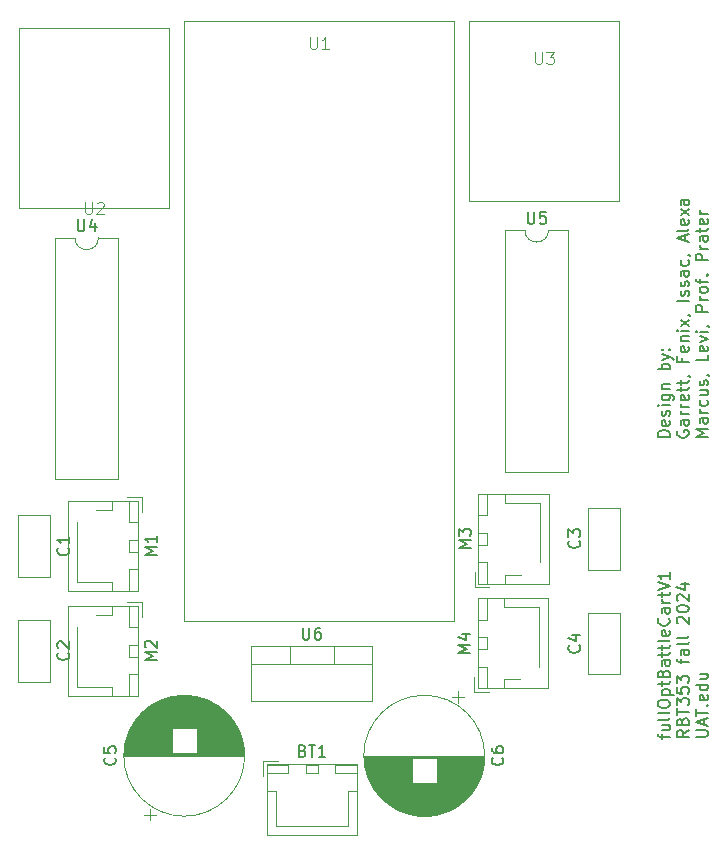
<source format=gto>
%TF.GenerationSoftware,KiCad,Pcbnew,7.0.9*%
%TF.CreationDate,2024-11-13T11:23:37-07:00*%
%TF.ProjectId,fullOptBattleCartV1,66756c6c-4f70-4744-9261-74746c654361,rev?*%
%TF.SameCoordinates,Original*%
%TF.FileFunction,Legend,Top*%
%TF.FilePolarity,Positive*%
%FSLAX46Y46*%
G04 Gerber Fmt 4.6, Leading zero omitted, Abs format (unit mm)*
G04 Created by KiCad (PCBNEW 7.0.9) date 2024-11-13 11:23:37*
%MOMM*%
%LPD*%
G01*
G04 APERTURE LIST*
%ADD10C,0.150000*%
%ADD11C,0.100000*%
%ADD12C,0.120000*%
G04 APERTURE END LIST*
D10*
X103964819Y-70148220D02*
X102964819Y-70148220D01*
X102964819Y-70148220D02*
X102964819Y-69910125D01*
X102964819Y-69910125D02*
X103012438Y-69767268D01*
X103012438Y-69767268D02*
X103107676Y-69672030D01*
X103107676Y-69672030D02*
X103202914Y-69624411D01*
X103202914Y-69624411D02*
X103393390Y-69576792D01*
X103393390Y-69576792D02*
X103536247Y-69576792D01*
X103536247Y-69576792D02*
X103726723Y-69624411D01*
X103726723Y-69624411D02*
X103821961Y-69672030D01*
X103821961Y-69672030D02*
X103917200Y-69767268D01*
X103917200Y-69767268D02*
X103964819Y-69910125D01*
X103964819Y-69910125D02*
X103964819Y-70148220D01*
X103917200Y-68767268D02*
X103964819Y-68862506D01*
X103964819Y-68862506D02*
X103964819Y-69052982D01*
X103964819Y-69052982D02*
X103917200Y-69148220D01*
X103917200Y-69148220D02*
X103821961Y-69195839D01*
X103821961Y-69195839D02*
X103441009Y-69195839D01*
X103441009Y-69195839D02*
X103345771Y-69148220D01*
X103345771Y-69148220D02*
X103298152Y-69052982D01*
X103298152Y-69052982D02*
X103298152Y-68862506D01*
X103298152Y-68862506D02*
X103345771Y-68767268D01*
X103345771Y-68767268D02*
X103441009Y-68719649D01*
X103441009Y-68719649D02*
X103536247Y-68719649D01*
X103536247Y-68719649D02*
X103631485Y-69195839D01*
X103917200Y-68338696D02*
X103964819Y-68243458D01*
X103964819Y-68243458D02*
X103964819Y-68052982D01*
X103964819Y-68052982D02*
X103917200Y-67957744D01*
X103917200Y-67957744D02*
X103821961Y-67910125D01*
X103821961Y-67910125D02*
X103774342Y-67910125D01*
X103774342Y-67910125D02*
X103679104Y-67957744D01*
X103679104Y-67957744D02*
X103631485Y-68052982D01*
X103631485Y-68052982D02*
X103631485Y-68195839D01*
X103631485Y-68195839D02*
X103583866Y-68291077D01*
X103583866Y-68291077D02*
X103488628Y-68338696D01*
X103488628Y-68338696D02*
X103441009Y-68338696D01*
X103441009Y-68338696D02*
X103345771Y-68291077D01*
X103345771Y-68291077D02*
X103298152Y-68195839D01*
X103298152Y-68195839D02*
X103298152Y-68052982D01*
X103298152Y-68052982D02*
X103345771Y-67957744D01*
X103964819Y-67481553D02*
X103298152Y-67481553D01*
X102964819Y-67481553D02*
X103012438Y-67529172D01*
X103012438Y-67529172D02*
X103060057Y-67481553D01*
X103060057Y-67481553D02*
X103012438Y-67433934D01*
X103012438Y-67433934D02*
X102964819Y-67481553D01*
X102964819Y-67481553D02*
X103060057Y-67481553D01*
X103298152Y-66576792D02*
X104107676Y-66576792D01*
X104107676Y-66576792D02*
X104202914Y-66624411D01*
X104202914Y-66624411D02*
X104250533Y-66672030D01*
X104250533Y-66672030D02*
X104298152Y-66767268D01*
X104298152Y-66767268D02*
X104298152Y-66910125D01*
X104298152Y-66910125D02*
X104250533Y-67005363D01*
X103917200Y-66576792D02*
X103964819Y-66672030D01*
X103964819Y-66672030D02*
X103964819Y-66862506D01*
X103964819Y-66862506D02*
X103917200Y-66957744D01*
X103917200Y-66957744D02*
X103869580Y-67005363D01*
X103869580Y-67005363D02*
X103774342Y-67052982D01*
X103774342Y-67052982D02*
X103488628Y-67052982D01*
X103488628Y-67052982D02*
X103393390Y-67005363D01*
X103393390Y-67005363D02*
X103345771Y-66957744D01*
X103345771Y-66957744D02*
X103298152Y-66862506D01*
X103298152Y-66862506D02*
X103298152Y-66672030D01*
X103298152Y-66672030D02*
X103345771Y-66576792D01*
X103298152Y-66100601D02*
X103964819Y-66100601D01*
X103393390Y-66100601D02*
X103345771Y-66052982D01*
X103345771Y-66052982D02*
X103298152Y-65957744D01*
X103298152Y-65957744D02*
X103298152Y-65814887D01*
X103298152Y-65814887D02*
X103345771Y-65719649D01*
X103345771Y-65719649D02*
X103441009Y-65672030D01*
X103441009Y-65672030D02*
X103964819Y-65672030D01*
X103964819Y-64433934D02*
X102964819Y-64433934D01*
X103345771Y-64433934D02*
X103298152Y-64338696D01*
X103298152Y-64338696D02*
X103298152Y-64148220D01*
X103298152Y-64148220D02*
X103345771Y-64052982D01*
X103345771Y-64052982D02*
X103393390Y-64005363D01*
X103393390Y-64005363D02*
X103488628Y-63957744D01*
X103488628Y-63957744D02*
X103774342Y-63957744D01*
X103774342Y-63957744D02*
X103869580Y-64005363D01*
X103869580Y-64005363D02*
X103917200Y-64052982D01*
X103917200Y-64052982D02*
X103964819Y-64148220D01*
X103964819Y-64148220D02*
X103964819Y-64338696D01*
X103964819Y-64338696D02*
X103917200Y-64433934D01*
X103298152Y-63624410D02*
X103964819Y-63386315D01*
X103298152Y-63148220D02*
X103964819Y-63386315D01*
X103964819Y-63386315D02*
X104202914Y-63481553D01*
X104202914Y-63481553D02*
X104250533Y-63529172D01*
X104250533Y-63529172D02*
X104298152Y-63624410D01*
X103869580Y-62767267D02*
X103917200Y-62719648D01*
X103917200Y-62719648D02*
X103964819Y-62767267D01*
X103964819Y-62767267D02*
X103917200Y-62814886D01*
X103917200Y-62814886D02*
X103869580Y-62767267D01*
X103869580Y-62767267D02*
X103964819Y-62767267D01*
X103345771Y-62767267D02*
X103393390Y-62719648D01*
X103393390Y-62719648D02*
X103441009Y-62767267D01*
X103441009Y-62767267D02*
X103393390Y-62814886D01*
X103393390Y-62814886D02*
X103345771Y-62767267D01*
X103345771Y-62767267D02*
X103441009Y-62767267D01*
X104622438Y-69624411D02*
X104574819Y-69719649D01*
X104574819Y-69719649D02*
X104574819Y-69862506D01*
X104574819Y-69862506D02*
X104622438Y-70005363D01*
X104622438Y-70005363D02*
X104717676Y-70100601D01*
X104717676Y-70100601D02*
X104812914Y-70148220D01*
X104812914Y-70148220D02*
X105003390Y-70195839D01*
X105003390Y-70195839D02*
X105146247Y-70195839D01*
X105146247Y-70195839D02*
X105336723Y-70148220D01*
X105336723Y-70148220D02*
X105431961Y-70100601D01*
X105431961Y-70100601D02*
X105527200Y-70005363D01*
X105527200Y-70005363D02*
X105574819Y-69862506D01*
X105574819Y-69862506D02*
X105574819Y-69767268D01*
X105574819Y-69767268D02*
X105527200Y-69624411D01*
X105527200Y-69624411D02*
X105479580Y-69576792D01*
X105479580Y-69576792D02*
X105146247Y-69576792D01*
X105146247Y-69576792D02*
X105146247Y-69767268D01*
X105574819Y-68719649D02*
X105051009Y-68719649D01*
X105051009Y-68719649D02*
X104955771Y-68767268D01*
X104955771Y-68767268D02*
X104908152Y-68862506D01*
X104908152Y-68862506D02*
X104908152Y-69052982D01*
X104908152Y-69052982D02*
X104955771Y-69148220D01*
X105527200Y-68719649D02*
X105574819Y-68814887D01*
X105574819Y-68814887D02*
X105574819Y-69052982D01*
X105574819Y-69052982D02*
X105527200Y-69148220D01*
X105527200Y-69148220D02*
X105431961Y-69195839D01*
X105431961Y-69195839D02*
X105336723Y-69195839D01*
X105336723Y-69195839D02*
X105241485Y-69148220D01*
X105241485Y-69148220D02*
X105193866Y-69052982D01*
X105193866Y-69052982D02*
X105193866Y-68814887D01*
X105193866Y-68814887D02*
X105146247Y-68719649D01*
X105574819Y-68243458D02*
X104908152Y-68243458D01*
X105098628Y-68243458D02*
X105003390Y-68195839D01*
X105003390Y-68195839D02*
X104955771Y-68148220D01*
X104955771Y-68148220D02*
X104908152Y-68052982D01*
X104908152Y-68052982D02*
X104908152Y-67957744D01*
X105574819Y-67624410D02*
X104908152Y-67624410D01*
X105098628Y-67624410D02*
X105003390Y-67576791D01*
X105003390Y-67576791D02*
X104955771Y-67529172D01*
X104955771Y-67529172D02*
X104908152Y-67433934D01*
X104908152Y-67433934D02*
X104908152Y-67338696D01*
X105527200Y-66624410D02*
X105574819Y-66719648D01*
X105574819Y-66719648D02*
X105574819Y-66910124D01*
X105574819Y-66910124D02*
X105527200Y-67005362D01*
X105527200Y-67005362D02*
X105431961Y-67052981D01*
X105431961Y-67052981D02*
X105051009Y-67052981D01*
X105051009Y-67052981D02*
X104955771Y-67005362D01*
X104955771Y-67005362D02*
X104908152Y-66910124D01*
X104908152Y-66910124D02*
X104908152Y-66719648D01*
X104908152Y-66719648D02*
X104955771Y-66624410D01*
X104955771Y-66624410D02*
X105051009Y-66576791D01*
X105051009Y-66576791D02*
X105146247Y-66576791D01*
X105146247Y-66576791D02*
X105241485Y-67052981D01*
X104908152Y-66291076D02*
X104908152Y-65910124D01*
X104574819Y-66148219D02*
X105431961Y-66148219D01*
X105431961Y-66148219D02*
X105527200Y-66100600D01*
X105527200Y-66100600D02*
X105574819Y-66005362D01*
X105574819Y-66005362D02*
X105574819Y-65910124D01*
X104908152Y-65719647D02*
X104908152Y-65338695D01*
X104574819Y-65576790D02*
X105431961Y-65576790D01*
X105431961Y-65576790D02*
X105527200Y-65529171D01*
X105527200Y-65529171D02*
X105574819Y-65433933D01*
X105574819Y-65433933D02*
X105574819Y-65338695D01*
X105527200Y-64957742D02*
X105574819Y-64957742D01*
X105574819Y-64957742D02*
X105670057Y-65005361D01*
X105670057Y-65005361D02*
X105717676Y-65052980D01*
X105051009Y-63433933D02*
X105051009Y-63767266D01*
X105574819Y-63767266D02*
X104574819Y-63767266D01*
X104574819Y-63767266D02*
X104574819Y-63291076D01*
X105527200Y-62529171D02*
X105574819Y-62624409D01*
X105574819Y-62624409D02*
X105574819Y-62814885D01*
X105574819Y-62814885D02*
X105527200Y-62910123D01*
X105527200Y-62910123D02*
X105431961Y-62957742D01*
X105431961Y-62957742D02*
X105051009Y-62957742D01*
X105051009Y-62957742D02*
X104955771Y-62910123D01*
X104955771Y-62910123D02*
X104908152Y-62814885D01*
X104908152Y-62814885D02*
X104908152Y-62624409D01*
X104908152Y-62624409D02*
X104955771Y-62529171D01*
X104955771Y-62529171D02*
X105051009Y-62481552D01*
X105051009Y-62481552D02*
X105146247Y-62481552D01*
X105146247Y-62481552D02*
X105241485Y-62957742D01*
X104908152Y-62052980D02*
X105574819Y-62052980D01*
X105003390Y-62052980D02*
X104955771Y-62005361D01*
X104955771Y-62005361D02*
X104908152Y-61910123D01*
X104908152Y-61910123D02*
X104908152Y-61767266D01*
X104908152Y-61767266D02*
X104955771Y-61672028D01*
X104955771Y-61672028D02*
X105051009Y-61624409D01*
X105051009Y-61624409D02*
X105574819Y-61624409D01*
X105574819Y-61148218D02*
X104908152Y-61148218D01*
X104574819Y-61148218D02*
X104622438Y-61195837D01*
X104622438Y-61195837D02*
X104670057Y-61148218D01*
X104670057Y-61148218D02*
X104622438Y-61100599D01*
X104622438Y-61100599D02*
X104574819Y-61148218D01*
X104574819Y-61148218D02*
X104670057Y-61148218D01*
X105574819Y-60767266D02*
X104908152Y-60243457D01*
X104908152Y-60767266D02*
X105574819Y-60243457D01*
X105527200Y-59814885D02*
X105574819Y-59814885D01*
X105574819Y-59814885D02*
X105670057Y-59862504D01*
X105670057Y-59862504D02*
X105717676Y-59910123D01*
X105574819Y-58624409D02*
X104574819Y-58624409D01*
X105527200Y-58195838D02*
X105574819Y-58100600D01*
X105574819Y-58100600D02*
X105574819Y-57910124D01*
X105574819Y-57910124D02*
X105527200Y-57814886D01*
X105527200Y-57814886D02*
X105431961Y-57767267D01*
X105431961Y-57767267D02*
X105384342Y-57767267D01*
X105384342Y-57767267D02*
X105289104Y-57814886D01*
X105289104Y-57814886D02*
X105241485Y-57910124D01*
X105241485Y-57910124D02*
X105241485Y-58052981D01*
X105241485Y-58052981D02*
X105193866Y-58148219D01*
X105193866Y-58148219D02*
X105098628Y-58195838D01*
X105098628Y-58195838D02*
X105051009Y-58195838D01*
X105051009Y-58195838D02*
X104955771Y-58148219D01*
X104955771Y-58148219D02*
X104908152Y-58052981D01*
X104908152Y-58052981D02*
X104908152Y-57910124D01*
X104908152Y-57910124D02*
X104955771Y-57814886D01*
X105527200Y-57386314D02*
X105574819Y-57291076D01*
X105574819Y-57291076D02*
X105574819Y-57100600D01*
X105574819Y-57100600D02*
X105527200Y-57005362D01*
X105527200Y-57005362D02*
X105431961Y-56957743D01*
X105431961Y-56957743D02*
X105384342Y-56957743D01*
X105384342Y-56957743D02*
X105289104Y-57005362D01*
X105289104Y-57005362D02*
X105241485Y-57100600D01*
X105241485Y-57100600D02*
X105241485Y-57243457D01*
X105241485Y-57243457D02*
X105193866Y-57338695D01*
X105193866Y-57338695D02*
X105098628Y-57386314D01*
X105098628Y-57386314D02*
X105051009Y-57386314D01*
X105051009Y-57386314D02*
X104955771Y-57338695D01*
X104955771Y-57338695D02*
X104908152Y-57243457D01*
X104908152Y-57243457D02*
X104908152Y-57100600D01*
X104908152Y-57100600D02*
X104955771Y-57005362D01*
X105574819Y-56100600D02*
X105051009Y-56100600D01*
X105051009Y-56100600D02*
X104955771Y-56148219D01*
X104955771Y-56148219D02*
X104908152Y-56243457D01*
X104908152Y-56243457D02*
X104908152Y-56433933D01*
X104908152Y-56433933D02*
X104955771Y-56529171D01*
X105527200Y-56100600D02*
X105574819Y-56195838D01*
X105574819Y-56195838D02*
X105574819Y-56433933D01*
X105574819Y-56433933D02*
X105527200Y-56529171D01*
X105527200Y-56529171D02*
X105431961Y-56576790D01*
X105431961Y-56576790D02*
X105336723Y-56576790D01*
X105336723Y-56576790D02*
X105241485Y-56529171D01*
X105241485Y-56529171D02*
X105193866Y-56433933D01*
X105193866Y-56433933D02*
X105193866Y-56195838D01*
X105193866Y-56195838D02*
X105146247Y-56100600D01*
X105527200Y-55195838D02*
X105574819Y-55291076D01*
X105574819Y-55291076D02*
X105574819Y-55481552D01*
X105574819Y-55481552D02*
X105527200Y-55576790D01*
X105527200Y-55576790D02*
X105479580Y-55624409D01*
X105479580Y-55624409D02*
X105384342Y-55672028D01*
X105384342Y-55672028D02*
X105098628Y-55672028D01*
X105098628Y-55672028D02*
X105003390Y-55624409D01*
X105003390Y-55624409D02*
X104955771Y-55576790D01*
X104955771Y-55576790D02*
X104908152Y-55481552D01*
X104908152Y-55481552D02*
X104908152Y-55291076D01*
X104908152Y-55291076D02*
X104955771Y-55195838D01*
X105527200Y-54719647D02*
X105574819Y-54719647D01*
X105574819Y-54719647D02*
X105670057Y-54767266D01*
X105670057Y-54767266D02*
X105717676Y-54814885D01*
X105289104Y-53576790D02*
X105289104Y-53100600D01*
X105574819Y-53672028D02*
X104574819Y-53338695D01*
X104574819Y-53338695D02*
X105574819Y-53005362D01*
X105574819Y-52529171D02*
X105527200Y-52624409D01*
X105527200Y-52624409D02*
X105431961Y-52672028D01*
X105431961Y-52672028D02*
X104574819Y-52672028D01*
X105527200Y-51767266D02*
X105574819Y-51862504D01*
X105574819Y-51862504D02*
X105574819Y-52052980D01*
X105574819Y-52052980D02*
X105527200Y-52148218D01*
X105527200Y-52148218D02*
X105431961Y-52195837D01*
X105431961Y-52195837D02*
X105051009Y-52195837D01*
X105051009Y-52195837D02*
X104955771Y-52148218D01*
X104955771Y-52148218D02*
X104908152Y-52052980D01*
X104908152Y-52052980D02*
X104908152Y-51862504D01*
X104908152Y-51862504D02*
X104955771Y-51767266D01*
X104955771Y-51767266D02*
X105051009Y-51719647D01*
X105051009Y-51719647D02*
X105146247Y-51719647D01*
X105146247Y-51719647D02*
X105241485Y-52195837D01*
X105574819Y-51386313D02*
X104908152Y-50862504D01*
X104908152Y-51386313D02*
X105574819Y-50862504D01*
X105574819Y-50052980D02*
X105051009Y-50052980D01*
X105051009Y-50052980D02*
X104955771Y-50100599D01*
X104955771Y-50100599D02*
X104908152Y-50195837D01*
X104908152Y-50195837D02*
X104908152Y-50386313D01*
X104908152Y-50386313D02*
X104955771Y-50481551D01*
X105527200Y-50052980D02*
X105574819Y-50148218D01*
X105574819Y-50148218D02*
X105574819Y-50386313D01*
X105574819Y-50386313D02*
X105527200Y-50481551D01*
X105527200Y-50481551D02*
X105431961Y-50529170D01*
X105431961Y-50529170D02*
X105336723Y-50529170D01*
X105336723Y-50529170D02*
X105241485Y-50481551D01*
X105241485Y-50481551D02*
X105193866Y-50386313D01*
X105193866Y-50386313D02*
X105193866Y-50148218D01*
X105193866Y-50148218D02*
X105146247Y-50052980D01*
X107184819Y-70148220D02*
X106184819Y-70148220D01*
X106184819Y-70148220D02*
X106899104Y-69814887D01*
X106899104Y-69814887D02*
X106184819Y-69481554D01*
X106184819Y-69481554D02*
X107184819Y-69481554D01*
X107184819Y-68576792D02*
X106661009Y-68576792D01*
X106661009Y-68576792D02*
X106565771Y-68624411D01*
X106565771Y-68624411D02*
X106518152Y-68719649D01*
X106518152Y-68719649D02*
X106518152Y-68910125D01*
X106518152Y-68910125D02*
X106565771Y-69005363D01*
X107137200Y-68576792D02*
X107184819Y-68672030D01*
X107184819Y-68672030D02*
X107184819Y-68910125D01*
X107184819Y-68910125D02*
X107137200Y-69005363D01*
X107137200Y-69005363D02*
X107041961Y-69052982D01*
X107041961Y-69052982D02*
X106946723Y-69052982D01*
X106946723Y-69052982D02*
X106851485Y-69005363D01*
X106851485Y-69005363D02*
X106803866Y-68910125D01*
X106803866Y-68910125D02*
X106803866Y-68672030D01*
X106803866Y-68672030D02*
X106756247Y-68576792D01*
X107184819Y-68100601D02*
X106518152Y-68100601D01*
X106708628Y-68100601D02*
X106613390Y-68052982D01*
X106613390Y-68052982D02*
X106565771Y-68005363D01*
X106565771Y-68005363D02*
X106518152Y-67910125D01*
X106518152Y-67910125D02*
X106518152Y-67814887D01*
X107137200Y-67052982D02*
X107184819Y-67148220D01*
X107184819Y-67148220D02*
X107184819Y-67338696D01*
X107184819Y-67338696D02*
X107137200Y-67433934D01*
X107137200Y-67433934D02*
X107089580Y-67481553D01*
X107089580Y-67481553D02*
X106994342Y-67529172D01*
X106994342Y-67529172D02*
X106708628Y-67529172D01*
X106708628Y-67529172D02*
X106613390Y-67481553D01*
X106613390Y-67481553D02*
X106565771Y-67433934D01*
X106565771Y-67433934D02*
X106518152Y-67338696D01*
X106518152Y-67338696D02*
X106518152Y-67148220D01*
X106518152Y-67148220D02*
X106565771Y-67052982D01*
X106518152Y-66195839D02*
X107184819Y-66195839D01*
X106518152Y-66624410D02*
X107041961Y-66624410D01*
X107041961Y-66624410D02*
X107137200Y-66576791D01*
X107137200Y-66576791D02*
X107184819Y-66481553D01*
X107184819Y-66481553D02*
X107184819Y-66338696D01*
X107184819Y-66338696D02*
X107137200Y-66243458D01*
X107137200Y-66243458D02*
X107089580Y-66195839D01*
X107137200Y-65767267D02*
X107184819Y-65672029D01*
X107184819Y-65672029D02*
X107184819Y-65481553D01*
X107184819Y-65481553D02*
X107137200Y-65386315D01*
X107137200Y-65386315D02*
X107041961Y-65338696D01*
X107041961Y-65338696D02*
X106994342Y-65338696D01*
X106994342Y-65338696D02*
X106899104Y-65386315D01*
X106899104Y-65386315D02*
X106851485Y-65481553D01*
X106851485Y-65481553D02*
X106851485Y-65624410D01*
X106851485Y-65624410D02*
X106803866Y-65719648D01*
X106803866Y-65719648D02*
X106708628Y-65767267D01*
X106708628Y-65767267D02*
X106661009Y-65767267D01*
X106661009Y-65767267D02*
X106565771Y-65719648D01*
X106565771Y-65719648D02*
X106518152Y-65624410D01*
X106518152Y-65624410D02*
X106518152Y-65481553D01*
X106518152Y-65481553D02*
X106565771Y-65386315D01*
X107137200Y-64862505D02*
X107184819Y-64862505D01*
X107184819Y-64862505D02*
X107280057Y-64910124D01*
X107280057Y-64910124D02*
X107327676Y-64957743D01*
X107184819Y-63195839D02*
X107184819Y-63672029D01*
X107184819Y-63672029D02*
X106184819Y-63672029D01*
X107137200Y-62481553D02*
X107184819Y-62576791D01*
X107184819Y-62576791D02*
X107184819Y-62767267D01*
X107184819Y-62767267D02*
X107137200Y-62862505D01*
X107137200Y-62862505D02*
X107041961Y-62910124D01*
X107041961Y-62910124D02*
X106661009Y-62910124D01*
X106661009Y-62910124D02*
X106565771Y-62862505D01*
X106565771Y-62862505D02*
X106518152Y-62767267D01*
X106518152Y-62767267D02*
X106518152Y-62576791D01*
X106518152Y-62576791D02*
X106565771Y-62481553D01*
X106565771Y-62481553D02*
X106661009Y-62433934D01*
X106661009Y-62433934D02*
X106756247Y-62433934D01*
X106756247Y-62433934D02*
X106851485Y-62910124D01*
X106518152Y-62100600D02*
X107184819Y-61862505D01*
X107184819Y-61862505D02*
X106518152Y-61624410D01*
X107184819Y-61243457D02*
X106518152Y-61243457D01*
X106184819Y-61243457D02*
X106232438Y-61291076D01*
X106232438Y-61291076D02*
X106280057Y-61243457D01*
X106280057Y-61243457D02*
X106232438Y-61195838D01*
X106232438Y-61195838D02*
X106184819Y-61243457D01*
X106184819Y-61243457D02*
X106280057Y-61243457D01*
X107137200Y-60719648D02*
X107184819Y-60719648D01*
X107184819Y-60719648D02*
X107280057Y-60767267D01*
X107280057Y-60767267D02*
X107327676Y-60814886D01*
X107184819Y-59529172D02*
X106184819Y-59529172D01*
X106184819Y-59529172D02*
X106184819Y-59148220D01*
X106184819Y-59148220D02*
X106232438Y-59052982D01*
X106232438Y-59052982D02*
X106280057Y-59005363D01*
X106280057Y-59005363D02*
X106375295Y-58957744D01*
X106375295Y-58957744D02*
X106518152Y-58957744D01*
X106518152Y-58957744D02*
X106613390Y-59005363D01*
X106613390Y-59005363D02*
X106661009Y-59052982D01*
X106661009Y-59052982D02*
X106708628Y-59148220D01*
X106708628Y-59148220D02*
X106708628Y-59529172D01*
X107184819Y-58529172D02*
X106518152Y-58529172D01*
X106708628Y-58529172D02*
X106613390Y-58481553D01*
X106613390Y-58481553D02*
X106565771Y-58433934D01*
X106565771Y-58433934D02*
X106518152Y-58338696D01*
X106518152Y-58338696D02*
X106518152Y-58243458D01*
X107184819Y-57767267D02*
X107137200Y-57862505D01*
X107137200Y-57862505D02*
X107089580Y-57910124D01*
X107089580Y-57910124D02*
X106994342Y-57957743D01*
X106994342Y-57957743D02*
X106708628Y-57957743D01*
X106708628Y-57957743D02*
X106613390Y-57910124D01*
X106613390Y-57910124D02*
X106565771Y-57862505D01*
X106565771Y-57862505D02*
X106518152Y-57767267D01*
X106518152Y-57767267D02*
X106518152Y-57624410D01*
X106518152Y-57624410D02*
X106565771Y-57529172D01*
X106565771Y-57529172D02*
X106613390Y-57481553D01*
X106613390Y-57481553D02*
X106708628Y-57433934D01*
X106708628Y-57433934D02*
X106994342Y-57433934D01*
X106994342Y-57433934D02*
X107089580Y-57481553D01*
X107089580Y-57481553D02*
X107137200Y-57529172D01*
X107137200Y-57529172D02*
X107184819Y-57624410D01*
X107184819Y-57624410D02*
X107184819Y-57767267D01*
X106518152Y-57148219D02*
X106518152Y-56767267D01*
X107184819Y-57005362D02*
X106327676Y-57005362D01*
X106327676Y-57005362D02*
X106232438Y-56957743D01*
X106232438Y-56957743D02*
X106184819Y-56862505D01*
X106184819Y-56862505D02*
X106184819Y-56767267D01*
X107089580Y-56433933D02*
X107137200Y-56386314D01*
X107137200Y-56386314D02*
X107184819Y-56433933D01*
X107184819Y-56433933D02*
X107137200Y-56481552D01*
X107137200Y-56481552D02*
X107089580Y-56433933D01*
X107089580Y-56433933D02*
X107184819Y-56433933D01*
X107184819Y-55195838D02*
X106184819Y-55195838D01*
X106184819Y-55195838D02*
X106184819Y-54814886D01*
X106184819Y-54814886D02*
X106232438Y-54719648D01*
X106232438Y-54719648D02*
X106280057Y-54672029D01*
X106280057Y-54672029D02*
X106375295Y-54624410D01*
X106375295Y-54624410D02*
X106518152Y-54624410D01*
X106518152Y-54624410D02*
X106613390Y-54672029D01*
X106613390Y-54672029D02*
X106661009Y-54719648D01*
X106661009Y-54719648D02*
X106708628Y-54814886D01*
X106708628Y-54814886D02*
X106708628Y-55195838D01*
X107184819Y-54195838D02*
X106518152Y-54195838D01*
X106708628Y-54195838D02*
X106613390Y-54148219D01*
X106613390Y-54148219D02*
X106565771Y-54100600D01*
X106565771Y-54100600D02*
X106518152Y-54005362D01*
X106518152Y-54005362D02*
X106518152Y-53910124D01*
X107184819Y-53148219D02*
X106661009Y-53148219D01*
X106661009Y-53148219D02*
X106565771Y-53195838D01*
X106565771Y-53195838D02*
X106518152Y-53291076D01*
X106518152Y-53291076D02*
X106518152Y-53481552D01*
X106518152Y-53481552D02*
X106565771Y-53576790D01*
X107137200Y-53148219D02*
X107184819Y-53243457D01*
X107184819Y-53243457D02*
X107184819Y-53481552D01*
X107184819Y-53481552D02*
X107137200Y-53576790D01*
X107137200Y-53576790D02*
X107041961Y-53624409D01*
X107041961Y-53624409D02*
X106946723Y-53624409D01*
X106946723Y-53624409D02*
X106851485Y-53576790D01*
X106851485Y-53576790D02*
X106803866Y-53481552D01*
X106803866Y-53481552D02*
X106803866Y-53243457D01*
X106803866Y-53243457D02*
X106756247Y-53148219D01*
X106518152Y-52814885D02*
X106518152Y-52433933D01*
X106184819Y-52672028D02*
X107041961Y-52672028D01*
X107041961Y-52672028D02*
X107137200Y-52624409D01*
X107137200Y-52624409D02*
X107184819Y-52529171D01*
X107184819Y-52529171D02*
X107184819Y-52433933D01*
X107137200Y-51719647D02*
X107184819Y-51814885D01*
X107184819Y-51814885D02*
X107184819Y-52005361D01*
X107184819Y-52005361D02*
X107137200Y-52100599D01*
X107137200Y-52100599D02*
X107041961Y-52148218D01*
X107041961Y-52148218D02*
X106661009Y-52148218D01*
X106661009Y-52148218D02*
X106565771Y-52100599D01*
X106565771Y-52100599D02*
X106518152Y-52005361D01*
X106518152Y-52005361D02*
X106518152Y-51814885D01*
X106518152Y-51814885D02*
X106565771Y-51719647D01*
X106565771Y-51719647D02*
X106661009Y-51672028D01*
X106661009Y-51672028D02*
X106756247Y-51672028D01*
X106756247Y-51672028D02*
X106851485Y-52148218D01*
X107184819Y-51243456D02*
X106518152Y-51243456D01*
X106708628Y-51243456D02*
X106613390Y-51195837D01*
X106613390Y-51195837D02*
X106565771Y-51148218D01*
X106565771Y-51148218D02*
X106518152Y-51052980D01*
X106518152Y-51052980D02*
X106518152Y-50957742D01*
X103298152Y-95691077D02*
X103298152Y-95310125D01*
X103964819Y-95548220D02*
X103107676Y-95548220D01*
X103107676Y-95548220D02*
X103012438Y-95500601D01*
X103012438Y-95500601D02*
X102964819Y-95405363D01*
X102964819Y-95405363D02*
X102964819Y-95310125D01*
X103298152Y-94548220D02*
X103964819Y-94548220D01*
X103298152Y-94976791D02*
X103821961Y-94976791D01*
X103821961Y-94976791D02*
X103917200Y-94929172D01*
X103917200Y-94929172D02*
X103964819Y-94833934D01*
X103964819Y-94833934D02*
X103964819Y-94691077D01*
X103964819Y-94691077D02*
X103917200Y-94595839D01*
X103917200Y-94595839D02*
X103869580Y-94548220D01*
X103964819Y-93929172D02*
X103917200Y-94024410D01*
X103917200Y-94024410D02*
X103821961Y-94072029D01*
X103821961Y-94072029D02*
X102964819Y-94072029D01*
X103964819Y-93405362D02*
X103917200Y-93500600D01*
X103917200Y-93500600D02*
X103821961Y-93548219D01*
X103821961Y-93548219D02*
X102964819Y-93548219D01*
X102964819Y-92833933D02*
X102964819Y-92643457D01*
X102964819Y-92643457D02*
X103012438Y-92548219D01*
X103012438Y-92548219D02*
X103107676Y-92452981D01*
X103107676Y-92452981D02*
X103298152Y-92405362D01*
X103298152Y-92405362D02*
X103631485Y-92405362D01*
X103631485Y-92405362D02*
X103821961Y-92452981D01*
X103821961Y-92452981D02*
X103917200Y-92548219D01*
X103917200Y-92548219D02*
X103964819Y-92643457D01*
X103964819Y-92643457D02*
X103964819Y-92833933D01*
X103964819Y-92833933D02*
X103917200Y-92929171D01*
X103917200Y-92929171D02*
X103821961Y-93024409D01*
X103821961Y-93024409D02*
X103631485Y-93072028D01*
X103631485Y-93072028D02*
X103298152Y-93072028D01*
X103298152Y-93072028D02*
X103107676Y-93024409D01*
X103107676Y-93024409D02*
X103012438Y-92929171D01*
X103012438Y-92929171D02*
X102964819Y-92833933D01*
X103298152Y-91976790D02*
X104298152Y-91976790D01*
X103345771Y-91976790D02*
X103298152Y-91881552D01*
X103298152Y-91881552D02*
X103298152Y-91691076D01*
X103298152Y-91691076D02*
X103345771Y-91595838D01*
X103345771Y-91595838D02*
X103393390Y-91548219D01*
X103393390Y-91548219D02*
X103488628Y-91500600D01*
X103488628Y-91500600D02*
X103774342Y-91500600D01*
X103774342Y-91500600D02*
X103869580Y-91548219D01*
X103869580Y-91548219D02*
X103917200Y-91595838D01*
X103917200Y-91595838D02*
X103964819Y-91691076D01*
X103964819Y-91691076D02*
X103964819Y-91881552D01*
X103964819Y-91881552D02*
X103917200Y-91976790D01*
X103298152Y-91214885D02*
X103298152Y-90833933D01*
X102964819Y-91072028D02*
X103821961Y-91072028D01*
X103821961Y-91072028D02*
X103917200Y-91024409D01*
X103917200Y-91024409D02*
X103964819Y-90929171D01*
X103964819Y-90929171D02*
X103964819Y-90833933D01*
X103441009Y-90167266D02*
X103488628Y-90024409D01*
X103488628Y-90024409D02*
X103536247Y-89976790D01*
X103536247Y-89976790D02*
X103631485Y-89929171D01*
X103631485Y-89929171D02*
X103774342Y-89929171D01*
X103774342Y-89929171D02*
X103869580Y-89976790D01*
X103869580Y-89976790D02*
X103917200Y-90024409D01*
X103917200Y-90024409D02*
X103964819Y-90119647D01*
X103964819Y-90119647D02*
X103964819Y-90500599D01*
X103964819Y-90500599D02*
X102964819Y-90500599D01*
X102964819Y-90500599D02*
X102964819Y-90167266D01*
X102964819Y-90167266D02*
X103012438Y-90072028D01*
X103012438Y-90072028D02*
X103060057Y-90024409D01*
X103060057Y-90024409D02*
X103155295Y-89976790D01*
X103155295Y-89976790D02*
X103250533Y-89976790D01*
X103250533Y-89976790D02*
X103345771Y-90024409D01*
X103345771Y-90024409D02*
X103393390Y-90072028D01*
X103393390Y-90072028D02*
X103441009Y-90167266D01*
X103441009Y-90167266D02*
X103441009Y-90500599D01*
X103964819Y-89072028D02*
X103441009Y-89072028D01*
X103441009Y-89072028D02*
X103345771Y-89119647D01*
X103345771Y-89119647D02*
X103298152Y-89214885D01*
X103298152Y-89214885D02*
X103298152Y-89405361D01*
X103298152Y-89405361D02*
X103345771Y-89500599D01*
X103917200Y-89072028D02*
X103964819Y-89167266D01*
X103964819Y-89167266D02*
X103964819Y-89405361D01*
X103964819Y-89405361D02*
X103917200Y-89500599D01*
X103917200Y-89500599D02*
X103821961Y-89548218D01*
X103821961Y-89548218D02*
X103726723Y-89548218D01*
X103726723Y-89548218D02*
X103631485Y-89500599D01*
X103631485Y-89500599D02*
X103583866Y-89405361D01*
X103583866Y-89405361D02*
X103583866Y-89167266D01*
X103583866Y-89167266D02*
X103536247Y-89072028D01*
X103298152Y-88738694D02*
X103298152Y-88357742D01*
X102964819Y-88595837D02*
X103821961Y-88595837D01*
X103821961Y-88595837D02*
X103917200Y-88548218D01*
X103917200Y-88548218D02*
X103964819Y-88452980D01*
X103964819Y-88452980D02*
X103964819Y-88357742D01*
X103298152Y-88167265D02*
X103298152Y-87786313D01*
X102964819Y-88024408D02*
X103821961Y-88024408D01*
X103821961Y-88024408D02*
X103917200Y-87976789D01*
X103917200Y-87976789D02*
X103964819Y-87881551D01*
X103964819Y-87881551D02*
X103964819Y-87786313D01*
X103964819Y-87310122D02*
X103917200Y-87405360D01*
X103917200Y-87405360D02*
X103821961Y-87452979D01*
X103821961Y-87452979D02*
X102964819Y-87452979D01*
X103917200Y-86548217D02*
X103964819Y-86643455D01*
X103964819Y-86643455D02*
X103964819Y-86833931D01*
X103964819Y-86833931D02*
X103917200Y-86929169D01*
X103917200Y-86929169D02*
X103821961Y-86976788D01*
X103821961Y-86976788D02*
X103441009Y-86976788D01*
X103441009Y-86976788D02*
X103345771Y-86929169D01*
X103345771Y-86929169D02*
X103298152Y-86833931D01*
X103298152Y-86833931D02*
X103298152Y-86643455D01*
X103298152Y-86643455D02*
X103345771Y-86548217D01*
X103345771Y-86548217D02*
X103441009Y-86500598D01*
X103441009Y-86500598D02*
X103536247Y-86500598D01*
X103536247Y-86500598D02*
X103631485Y-86976788D01*
X103869580Y-85500598D02*
X103917200Y-85548217D01*
X103917200Y-85548217D02*
X103964819Y-85691074D01*
X103964819Y-85691074D02*
X103964819Y-85786312D01*
X103964819Y-85786312D02*
X103917200Y-85929169D01*
X103917200Y-85929169D02*
X103821961Y-86024407D01*
X103821961Y-86024407D02*
X103726723Y-86072026D01*
X103726723Y-86072026D02*
X103536247Y-86119645D01*
X103536247Y-86119645D02*
X103393390Y-86119645D01*
X103393390Y-86119645D02*
X103202914Y-86072026D01*
X103202914Y-86072026D02*
X103107676Y-86024407D01*
X103107676Y-86024407D02*
X103012438Y-85929169D01*
X103012438Y-85929169D02*
X102964819Y-85786312D01*
X102964819Y-85786312D02*
X102964819Y-85691074D01*
X102964819Y-85691074D02*
X103012438Y-85548217D01*
X103012438Y-85548217D02*
X103060057Y-85500598D01*
X103964819Y-84643455D02*
X103441009Y-84643455D01*
X103441009Y-84643455D02*
X103345771Y-84691074D01*
X103345771Y-84691074D02*
X103298152Y-84786312D01*
X103298152Y-84786312D02*
X103298152Y-84976788D01*
X103298152Y-84976788D02*
X103345771Y-85072026D01*
X103917200Y-84643455D02*
X103964819Y-84738693D01*
X103964819Y-84738693D02*
X103964819Y-84976788D01*
X103964819Y-84976788D02*
X103917200Y-85072026D01*
X103917200Y-85072026D02*
X103821961Y-85119645D01*
X103821961Y-85119645D02*
X103726723Y-85119645D01*
X103726723Y-85119645D02*
X103631485Y-85072026D01*
X103631485Y-85072026D02*
X103583866Y-84976788D01*
X103583866Y-84976788D02*
X103583866Y-84738693D01*
X103583866Y-84738693D02*
X103536247Y-84643455D01*
X103964819Y-84167264D02*
X103298152Y-84167264D01*
X103488628Y-84167264D02*
X103393390Y-84119645D01*
X103393390Y-84119645D02*
X103345771Y-84072026D01*
X103345771Y-84072026D02*
X103298152Y-83976788D01*
X103298152Y-83976788D02*
X103298152Y-83881550D01*
X103298152Y-83691073D02*
X103298152Y-83310121D01*
X102964819Y-83548216D02*
X103821961Y-83548216D01*
X103821961Y-83548216D02*
X103917200Y-83500597D01*
X103917200Y-83500597D02*
X103964819Y-83405359D01*
X103964819Y-83405359D02*
X103964819Y-83310121D01*
X102964819Y-83119644D02*
X103964819Y-82786311D01*
X103964819Y-82786311D02*
X102964819Y-82452978D01*
X103964819Y-81595835D02*
X103964819Y-82167263D01*
X103964819Y-81881549D02*
X102964819Y-81881549D01*
X102964819Y-81881549D02*
X103107676Y-81976787D01*
X103107676Y-81976787D02*
X103202914Y-82072025D01*
X103202914Y-82072025D02*
X103250533Y-82167263D01*
X105574819Y-94976792D02*
X105098628Y-95310125D01*
X105574819Y-95548220D02*
X104574819Y-95548220D01*
X104574819Y-95548220D02*
X104574819Y-95167268D01*
X104574819Y-95167268D02*
X104622438Y-95072030D01*
X104622438Y-95072030D02*
X104670057Y-95024411D01*
X104670057Y-95024411D02*
X104765295Y-94976792D01*
X104765295Y-94976792D02*
X104908152Y-94976792D01*
X104908152Y-94976792D02*
X105003390Y-95024411D01*
X105003390Y-95024411D02*
X105051009Y-95072030D01*
X105051009Y-95072030D02*
X105098628Y-95167268D01*
X105098628Y-95167268D02*
X105098628Y-95548220D01*
X105051009Y-94214887D02*
X105098628Y-94072030D01*
X105098628Y-94072030D02*
X105146247Y-94024411D01*
X105146247Y-94024411D02*
X105241485Y-93976792D01*
X105241485Y-93976792D02*
X105384342Y-93976792D01*
X105384342Y-93976792D02*
X105479580Y-94024411D01*
X105479580Y-94024411D02*
X105527200Y-94072030D01*
X105527200Y-94072030D02*
X105574819Y-94167268D01*
X105574819Y-94167268D02*
X105574819Y-94548220D01*
X105574819Y-94548220D02*
X104574819Y-94548220D01*
X104574819Y-94548220D02*
X104574819Y-94214887D01*
X104574819Y-94214887D02*
X104622438Y-94119649D01*
X104622438Y-94119649D02*
X104670057Y-94072030D01*
X104670057Y-94072030D02*
X104765295Y-94024411D01*
X104765295Y-94024411D02*
X104860533Y-94024411D01*
X104860533Y-94024411D02*
X104955771Y-94072030D01*
X104955771Y-94072030D02*
X105003390Y-94119649D01*
X105003390Y-94119649D02*
X105051009Y-94214887D01*
X105051009Y-94214887D02*
X105051009Y-94548220D01*
X104574819Y-93691077D02*
X104574819Y-93119649D01*
X105574819Y-93405363D02*
X104574819Y-93405363D01*
X104574819Y-92881553D02*
X104574819Y-92262506D01*
X104574819Y-92262506D02*
X104955771Y-92595839D01*
X104955771Y-92595839D02*
X104955771Y-92452982D01*
X104955771Y-92452982D02*
X105003390Y-92357744D01*
X105003390Y-92357744D02*
X105051009Y-92310125D01*
X105051009Y-92310125D02*
X105146247Y-92262506D01*
X105146247Y-92262506D02*
X105384342Y-92262506D01*
X105384342Y-92262506D02*
X105479580Y-92310125D01*
X105479580Y-92310125D02*
X105527200Y-92357744D01*
X105527200Y-92357744D02*
X105574819Y-92452982D01*
X105574819Y-92452982D02*
X105574819Y-92738696D01*
X105574819Y-92738696D02*
X105527200Y-92833934D01*
X105527200Y-92833934D02*
X105479580Y-92881553D01*
X104574819Y-91357744D02*
X104574819Y-91833934D01*
X104574819Y-91833934D02*
X105051009Y-91881553D01*
X105051009Y-91881553D02*
X105003390Y-91833934D01*
X105003390Y-91833934D02*
X104955771Y-91738696D01*
X104955771Y-91738696D02*
X104955771Y-91500601D01*
X104955771Y-91500601D02*
X105003390Y-91405363D01*
X105003390Y-91405363D02*
X105051009Y-91357744D01*
X105051009Y-91357744D02*
X105146247Y-91310125D01*
X105146247Y-91310125D02*
X105384342Y-91310125D01*
X105384342Y-91310125D02*
X105479580Y-91357744D01*
X105479580Y-91357744D02*
X105527200Y-91405363D01*
X105527200Y-91405363D02*
X105574819Y-91500601D01*
X105574819Y-91500601D02*
X105574819Y-91738696D01*
X105574819Y-91738696D02*
X105527200Y-91833934D01*
X105527200Y-91833934D02*
X105479580Y-91881553D01*
X104574819Y-90976791D02*
X104574819Y-90357744D01*
X104574819Y-90357744D02*
X104955771Y-90691077D01*
X104955771Y-90691077D02*
X104955771Y-90548220D01*
X104955771Y-90548220D02*
X105003390Y-90452982D01*
X105003390Y-90452982D02*
X105051009Y-90405363D01*
X105051009Y-90405363D02*
X105146247Y-90357744D01*
X105146247Y-90357744D02*
X105384342Y-90357744D01*
X105384342Y-90357744D02*
X105479580Y-90405363D01*
X105479580Y-90405363D02*
X105527200Y-90452982D01*
X105527200Y-90452982D02*
X105574819Y-90548220D01*
X105574819Y-90548220D02*
X105574819Y-90833934D01*
X105574819Y-90833934D02*
X105527200Y-90929172D01*
X105527200Y-90929172D02*
X105479580Y-90976791D01*
X104908152Y-89310124D02*
X104908152Y-88929172D01*
X105574819Y-89167267D02*
X104717676Y-89167267D01*
X104717676Y-89167267D02*
X104622438Y-89119648D01*
X104622438Y-89119648D02*
X104574819Y-89024410D01*
X104574819Y-89024410D02*
X104574819Y-88929172D01*
X105574819Y-88167267D02*
X105051009Y-88167267D01*
X105051009Y-88167267D02*
X104955771Y-88214886D01*
X104955771Y-88214886D02*
X104908152Y-88310124D01*
X104908152Y-88310124D02*
X104908152Y-88500600D01*
X104908152Y-88500600D02*
X104955771Y-88595838D01*
X105527200Y-88167267D02*
X105574819Y-88262505D01*
X105574819Y-88262505D02*
X105574819Y-88500600D01*
X105574819Y-88500600D02*
X105527200Y-88595838D01*
X105527200Y-88595838D02*
X105431961Y-88643457D01*
X105431961Y-88643457D02*
X105336723Y-88643457D01*
X105336723Y-88643457D02*
X105241485Y-88595838D01*
X105241485Y-88595838D02*
X105193866Y-88500600D01*
X105193866Y-88500600D02*
X105193866Y-88262505D01*
X105193866Y-88262505D02*
X105146247Y-88167267D01*
X105574819Y-87548219D02*
X105527200Y-87643457D01*
X105527200Y-87643457D02*
X105431961Y-87691076D01*
X105431961Y-87691076D02*
X104574819Y-87691076D01*
X105574819Y-87024409D02*
X105527200Y-87119647D01*
X105527200Y-87119647D02*
X105431961Y-87167266D01*
X105431961Y-87167266D02*
X104574819Y-87167266D01*
X104670057Y-85929170D02*
X104622438Y-85881551D01*
X104622438Y-85881551D02*
X104574819Y-85786313D01*
X104574819Y-85786313D02*
X104574819Y-85548218D01*
X104574819Y-85548218D02*
X104622438Y-85452980D01*
X104622438Y-85452980D02*
X104670057Y-85405361D01*
X104670057Y-85405361D02*
X104765295Y-85357742D01*
X104765295Y-85357742D02*
X104860533Y-85357742D01*
X104860533Y-85357742D02*
X105003390Y-85405361D01*
X105003390Y-85405361D02*
X105574819Y-85976789D01*
X105574819Y-85976789D02*
X105574819Y-85357742D01*
X104574819Y-84738694D02*
X104574819Y-84643456D01*
X104574819Y-84643456D02*
X104622438Y-84548218D01*
X104622438Y-84548218D02*
X104670057Y-84500599D01*
X104670057Y-84500599D02*
X104765295Y-84452980D01*
X104765295Y-84452980D02*
X104955771Y-84405361D01*
X104955771Y-84405361D02*
X105193866Y-84405361D01*
X105193866Y-84405361D02*
X105384342Y-84452980D01*
X105384342Y-84452980D02*
X105479580Y-84500599D01*
X105479580Y-84500599D02*
X105527200Y-84548218D01*
X105527200Y-84548218D02*
X105574819Y-84643456D01*
X105574819Y-84643456D02*
X105574819Y-84738694D01*
X105574819Y-84738694D02*
X105527200Y-84833932D01*
X105527200Y-84833932D02*
X105479580Y-84881551D01*
X105479580Y-84881551D02*
X105384342Y-84929170D01*
X105384342Y-84929170D02*
X105193866Y-84976789D01*
X105193866Y-84976789D02*
X104955771Y-84976789D01*
X104955771Y-84976789D02*
X104765295Y-84929170D01*
X104765295Y-84929170D02*
X104670057Y-84881551D01*
X104670057Y-84881551D02*
X104622438Y-84833932D01*
X104622438Y-84833932D02*
X104574819Y-84738694D01*
X104670057Y-84024408D02*
X104622438Y-83976789D01*
X104622438Y-83976789D02*
X104574819Y-83881551D01*
X104574819Y-83881551D02*
X104574819Y-83643456D01*
X104574819Y-83643456D02*
X104622438Y-83548218D01*
X104622438Y-83548218D02*
X104670057Y-83500599D01*
X104670057Y-83500599D02*
X104765295Y-83452980D01*
X104765295Y-83452980D02*
X104860533Y-83452980D01*
X104860533Y-83452980D02*
X105003390Y-83500599D01*
X105003390Y-83500599D02*
X105574819Y-84072027D01*
X105574819Y-84072027D02*
X105574819Y-83452980D01*
X104908152Y-82595837D02*
X105574819Y-82595837D01*
X104527200Y-82833932D02*
X105241485Y-83072027D01*
X105241485Y-83072027D02*
X105241485Y-82452980D01*
X106184819Y-95548220D02*
X106994342Y-95548220D01*
X106994342Y-95548220D02*
X107089580Y-95500601D01*
X107089580Y-95500601D02*
X107137200Y-95452982D01*
X107137200Y-95452982D02*
X107184819Y-95357744D01*
X107184819Y-95357744D02*
X107184819Y-95167268D01*
X107184819Y-95167268D02*
X107137200Y-95072030D01*
X107137200Y-95072030D02*
X107089580Y-95024411D01*
X107089580Y-95024411D02*
X106994342Y-94976792D01*
X106994342Y-94976792D02*
X106184819Y-94976792D01*
X106899104Y-94548220D02*
X106899104Y-94072030D01*
X107184819Y-94643458D02*
X106184819Y-94310125D01*
X106184819Y-94310125D02*
X107184819Y-93976792D01*
X106184819Y-93786315D02*
X106184819Y-93214887D01*
X107184819Y-93500601D02*
X106184819Y-93500601D01*
X107089580Y-92881553D02*
X107137200Y-92833934D01*
X107137200Y-92833934D02*
X107184819Y-92881553D01*
X107184819Y-92881553D02*
X107137200Y-92929172D01*
X107137200Y-92929172D02*
X107089580Y-92881553D01*
X107089580Y-92881553D02*
X107184819Y-92881553D01*
X107137200Y-92024411D02*
X107184819Y-92119649D01*
X107184819Y-92119649D02*
X107184819Y-92310125D01*
X107184819Y-92310125D02*
X107137200Y-92405363D01*
X107137200Y-92405363D02*
X107041961Y-92452982D01*
X107041961Y-92452982D02*
X106661009Y-92452982D01*
X106661009Y-92452982D02*
X106565771Y-92405363D01*
X106565771Y-92405363D02*
X106518152Y-92310125D01*
X106518152Y-92310125D02*
X106518152Y-92119649D01*
X106518152Y-92119649D02*
X106565771Y-92024411D01*
X106565771Y-92024411D02*
X106661009Y-91976792D01*
X106661009Y-91976792D02*
X106756247Y-91976792D01*
X106756247Y-91976792D02*
X106851485Y-92452982D01*
X107184819Y-91119649D02*
X106184819Y-91119649D01*
X107137200Y-91119649D02*
X107184819Y-91214887D01*
X107184819Y-91214887D02*
X107184819Y-91405363D01*
X107184819Y-91405363D02*
X107137200Y-91500601D01*
X107137200Y-91500601D02*
X107089580Y-91548220D01*
X107089580Y-91548220D02*
X106994342Y-91595839D01*
X106994342Y-91595839D02*
X106708628Y-91595839D01*
X106708628Y-91595839D02*
X106613390Y-91548220D01*
X106613390Y-91548220D02*
X106565771Y-91500601D01*
X106565771Y-91500601D02*
X106518152Y-91405363D01*
X106518152Y-91405363D02*
X106518152Y-91214887D01*
X106518152Y-91214887D02*
X106565771Y-91119649D01*
X106518152Y-90214887D02*
X107184819Y-90214887D01*
X106518152Y-90643458D02*
X107041961Y-90643458D01*
X107041961Y-90643458D02*
X107137200Y-90595839D01*
X107137200Y-90595839D02*
X107184819Y-90500601D01*
X107184819Y-90500601D02*
X107184819Y-90357744D01*
X107184819Y-90357744D02*
X107137200Y-90262506D01*
X107137200Y-90262506D02*
X107089580Y-90214887D01*
X53024580Y-79541666D02*
X53072200Y-79589285D01*
X53072200Y-79589285D02*
X53119819Y-79732142D01*
X53119819Y-79732142D02*
X53119819Y-79827380D01*
X53119819Y-79827380D02*
X53072200Y-79970237D01*
X53072200Y-79970237D02*
X52976961Y-80065475D01*
X52976961Y-80065475D02*
X52881723Y-80113094D01*
X52881723Y-80113094D02*
X52691247Y-80160713D01*
X52691247Y-80160713D02*
X52548390Y-80160713D01*
X52548390Y-80160713D02*
X52357914Y-80113094D01*
X52357914Y-80113094D02*
X52262676Y-80065475D01*
X52262676Y-80065475D02*
X52167438Y-79970237D01*
X52167438Y-79970237D02*
X52119819Y-79827380D01*
X52119819Y-79827380D02*
X52119819Y-79732142D01*
X52119819Y-79732142D02*
X52167438Y-79589285D01*
X52167438Y-79589285D02*
X52215057Y-79541666D01*
X53119819Y-78589285D02*
X53119819Y-79160713D01*
X53119819Y-78874999D02*
X52119819Y-78874999D01*
X52119819Y-78874999D02*
X52262676Y-78970237D01*
X52262676Y-78970237D02*
X52357914Y-79065475D01*
X52357914Y-79065475D02*
X52405533Y-79160713D01*
X60519819Y-80164523D02*
X59519819Y-80164523D01*
X59519819Y-80164523D02*
X60234104Y-79831190D01*
X60234104Y-79831190D02*
X59519819Y-79497857D01*
X59519819Y-79497857D02*
X60519819Y-79497857D01*
X60519819Y-78497857D02*
X60519819Y-79069285D01*
X60519819Y-78783571D02*
X59519819Y-78783571D01*
X59519819Y-78783571D02*
X59662676Y-78878809D01*
X59662676Y-78878809D02*
X59757914Y-78974047D01*
X59757914Y-78974047D02*
X59805533Y-79069285D01*
X53024580Y-88411666D02*
X53072200Y-88459285D01*
X53072200Y-88459285D02*
X53119819Y-88602142D01*
X53119819Y-88602142D02*
X53119819Y-88697380D01*
X53119819Y-88697380D02*
X53072200Y-88840237D01*
X53072200Y-88840237D02*
X52976961Y-88935475D01*
X52976961Y-88935475D02*
X52881723Y-88983094D01*
X52881723Y-88983094D02*
X52691247Y-89030713D01*
X52691247Y-89030713D02*
X52548390Y-89030713D01*
X52548390Y-89030713D02*
X52357914Y-88983094D01*
X52357914Y-88983094D02*
X52262676Y-88935475D01*
X52262676Y-88935475D02*
X52167438Y-88840237D01*
X52167438Y-88840237D02*
X52119819Y-88697380D01*
X52119819Y-88697380D02*
X52119819Y-88602142D01*
X52119819Y-88602142D02*
X52167438Y-88459285D01*
X52167438Y-88459285D02*
X52215057Y-88411666D01*
X52215057Y-88030713D02*
X52167438Y-87983094D01*
X52167438Y-87983094D02*
X52119819Y-87887856D01*
X52119819Y-87887856D02*
X52119819Y-87649761D01*
X52119819Y-87649761D02*
X52167438Y-87554523D01*
X52167438Y-87554523D02*
X52215057Y-87506904D01*
X52215057Y-87506904D02*
X52310295Y-87459285D01*
X52310295Y-87459285D02*
X52405533Y-87459285D01*
X52405533Y-87459285D02*
X52548390Y-87506904D01*
X52548390Y-87506904D02*
X53119819Y-88078332D01*
X53119819Y-88078332D02*
X53119819Y-87459285D01*
X56974580Y-97301666D02*
X57022200Y-97349285D01*
X57022200Y-97349285D02*
X57069819Y-97492142D01*
X57069819Y-97492142D02*
X57069819Y-97587380D01*
X57069819Y-97587380D02*
X57022200Y-97730237D01*
X57022200Y-97730237D02*
X56926961Y-97825475D01*
X56926961Y-97825475D02*
X56831723Y-97873094D01*
X56831723Y-97873094D02*
X56641247Y-97920713D01*
X56641247Y-97920713D02*
X56498390Y-97920713D01*
X56498390Y-97920713D02*
X56307914Y-97873094D01*
X56307914Y-97873094D02*
X56212676Y-97825475D01*
X56212676Y-97825475D02*
X56117438Y-97730237D01*
X56117438Y-97730237D02*
X56069819Y-97587380D01*
X56069819Y-97587380D02*
X56069819Y-97492142D01*
X56069819Y-97492142D02*
X56117438Y-97349285D01*
X56117438Y-97349285D02*
X56165057Y-97301666D01*
X56069819Y-96396904D02*
X56069819Y-96873094D01*
X56069819Y-96873094D02*
X56546009Y-96920713D01*
X56546009Y-96920713D02*
X56498390Y-96873094D01*
X56498390Y-96873094D02*
X56450771Y-96777856D01*
X56450771Y-96777856D02*
X56450771Y-96539761D01*
X56450771Y-96539761D02*
X56498390Y-96444523D01*
X56498390Y-96444523D02*
X56546009Y-96396904D01*
X56546009Y-96396904D02*
X56641247Y-96349285D01*
X56641247Y-96349285D02*
X56879342Y-96349285D01*
X56879342Y-96349285D02*
X56974580Y-96396904D01*
X56974580Y-96396904D02*
X57022200Y-96444523D01*
X57022200Y-96444523D02*
X57069819Y-96539761D01*
X57069819Y-96539761D02*
X57069819Y-96777856D01*
X57069819Y-96777856D02*
X57022200Y-96873094D01*
X57022200Y-96873094D02*
X56974580Y-96920713D01*
D11*
X73533095Y-36287419D02*
X73533095Y-37096942D01*
X73533095Y-37096942D02*
X73580714Y-37192180D01*
X73580714Y-37192180D02*
X73628333Y-37239800D01*
X73628333Y-37239800D02*
X73723571Y-37287419D01*
X73723571Y-37287419D02*
X73914047Y-37287419D01*
X73914047Y-37287419D02*
X74009285Y-37239800D01*
X74009285Y-37239800D02*
X74056904Y-37192180D01*
X74056904Y-37192180D02*
X74104523Y-37096942D01*
X74104523Y-37096942D02*
X74104523Y-36287419D01*
X75104523Y-37287419D02*
X74533095Y-37287419D01*
X74818809Y-37287419D02*
X74818809Y-36287419D01*
X74818809Y-36287419D02*
X74723571Y-36430276D01*
X74723571Y-36430276D02*
X74628333Y-36525514D01*
X74628333Y-36525514D02*
X74533095Y-36573133D01*
D10*
X87074819Y-88419523D02*
X86074819Y-88419523D01*
X86074819Y-88419523D02*
X86789104Y-88086190D01*
X86789104Y-88086190D02*
X86074819Y-87752857D01*
X86074819Y-87752857D02*
X87074819Y-87752857D01*
X86408152Y-86848095D02*
X87074819Y-86848095D01*
X86027200Y-87086190D02*
X86741485Y-87324285D01*
X86741485Y-87324285D02*
X86741485Y-86705238D01*
X96284580Y-78926666D02*
X96332200Y-78974285D01*
X96332200Y-78974285D02*
X96379819Y-79117142D01*
X96379819Y-79117142D02*
X96379819Y-79212380D01*
X96379819Y-79212380D02*
X96332200Y-79355237D01*
X96332200Y-79355237D02*
X96236961Y-79450475D01*
X96236961Y-79450475D02*
X96141723Y-79498094D01*
X96141723Y-79498094D02*
X95951247Y-79545713D01*
X95951247Y-79545713D02*
X95808390Y-79545713D01*
X95808390Y-79545713D02*
X95617914Y-79498094D01*
X95617914Y-79498094D02*
X95522676Y-79450475D01*
X95522676Y-79450475D02*
X95427438Y-79355237D01*
X95427438Y-79355237D02*
X95379819Y-79212380D01*
X95379819Y-79212380D02*
X95379819Y-79117142D01*
X95379819Y-79117142D02*
X95427438Y-78974285D01*
X95427438Y-78974285D02*
X95475057Y-78926666D01*
X95379819Y-78593332D02*
X95379819Y-77974285D01*
X95379819Y-77974285D02*
X95760771Y-78307618D01*
X95760771Y-78307618D02*
X95760771Y-78164761D01*
X95760771Y-78164761D02*
X95808390Y-78069523D01*
X95808390Y-78069523D02*
X95856009Y-78021904D01*
X95856009Y-78021904D02*
X95951247Y-77974285D01*
X95951247Y-77974285D02*
X96189342Y-77974285D01*
X96189342Y-77974285D02*
X96284580Y-78021904D01*
X96284580Y-78021904D02*
X96332200Y-78069523D01*
X96332200Y-78069523D02*
X96379819Y-78164761D01*
X96379819Y-78164761D02*
X96379819Y-78450475D01*
X96379819Y-78450475D02*
X96332200Y-78545713D01*
X96332200Y-78545713D02*
X96284580Y-78593332D01*
X96284580Y-87796666D02*
X96332200Y-87844285D01*
X96332200Y-87844285D02*
X96379819Y-87987142D01*
X96379819Y-87987142D02*
X96379819Y-88082380D01*
X96379819Y-88082380D02*
X96332200Y-88225237D01*
X96332200Y-88225237D02*
X96236961Y-88320475D01*
X96236961Y-88320475D02*
X96141723Y-88368094D01*
X96141723Y-88368094D02*
X95951247Y-88415713D01*
X95951247Y-88415713D02*
X95808390Y-88415713D01*
X95808390Y-88415713D02*
X95617914Y-88368094D01*
X95617914Y-88368094D02*
X95522676Y-88320475D01*
X95522676Y-88320475D02*
X95427438Y-88225237D01*
X95427438Y-88225237D02*
X95379819Y-88082380D01*
X95379819Y-88082380D02*
X95379819Y-87987142D01*
X95379819Y-87987142D02*
X95427438Y-87844285D01*
X95427438Y-87844285D02*
X95475057Y-87796666D01*
X95713152Y-86939523D02*
X96379819Y-86939523D01*
X95332200Y-87177618D02*
X96046485Y-87415713D01*
X96046485Y-87415713D02*
X96046485Y-86796666D01*
X53848095Y-51734819D02*
X53848095Y-52544342D01*
X53848095Y-52544342D02*
X53895714Y-52639580D01*
X53895714Y-52639580D02*
X53943333Y-52687200D01*
X53943333Y-52687200D02*
X54038571Y-52734819D01*
X54038571Y-52734819D02*
X54229047Y-52734819D01*
X54229047Y-52734819D02*
X54324285Y-52687200D01*
X54324285Y-52687200D02*
X54371904Y-52639580D01*
X54371904Y-52639580D02*
X54419523Y-52544342D01*
X54419523Y-52544342D02*
X54419523Y-51734819D01*
X55324285Y-52068152D02*
X55324285Y-52734819D01*
X55086190Y-51687200D02*
X54848095Y-52401485D01*
X54848095Y-52401485D02*
X55467142Y-52401485D01*
X72898095Y-86299819D02*
X72898095Y-87109342D01*
X72898095Y-87109342D02*
X72945714Y-87204580D01*
X72945714Y-87204580D02*
X72993333Y-87252200D01*
X72993333Y-87252200D02*
X73088571Y-87299819D01*
X73088571Y-87299819D02*
X73279047Y-87299819D01*
X73279047Y-87299819D02*
X73374285Y-87252200D01*
X73374285Y-87252200D02*
X73421904Y-87204580D01*
X73421904Y-87204580D02*
X73469523Y-87109342D01*
X73469523Y-87109342D02*
X73469523Y-86299819D01*
X74374285Y-86299819D02*
X74183809Y-86299819D01*
X74183809Y-86299819D02*
X74088571Y-86347438D01*
X74088571Y-86347438D02*
X74040952Y-86395057D01*
X74040952Y-86395057D02*
X73945714Y-86537914D01*
X73945714Y-86537914D02*
X73898095Y-86728390D01*
X73898095Y-86728390D02*
X73898095Y-87109342D01*
X73898095Y-87109342D02*
X73945714Y-87204580D01*
X73945714Y-87204580D02*
X73993333Y-87252200D01*
X73993333Y-87252200D02*
X74088571Y-87299819D01*
X74088571Y-87299819D02*
X74279047Y-87299819D01*
X74279047Y-87299819D02*
X74374285Y-87252200D01*
X74374285Y-87252200D02*
X74421904Y-87204580D01*
X74421904Y-87204580D02*
X74469523Y-87109342D01*
X74469523Y-87109342D02*
X74469523Y-86871247D01*
X74469523Y-86871247D02*
X74421904Y-86776009D01*
X74421904Y-86776009D02*
X74374285Y-86728390D01*
X74374285Y-86728390D02*
X74279047Y-86680771D01*
X74279047Y-86680771D02*
X74088571Y-86680771D01*
X74088571Y-86680771D02*
X73993333Y-86728390D01*
X73993333Y-86728390D02*
X73945714Y-86776009D01*
X73945714Y-86776009D02*
X73898095Y-86871247D01*
D11*
X92583095Y-37557419D02*
X92583095Y-38366942D01*
X92583095Y-38366942D02*
X92630714Y-38462180D01*
X92630714Y-38462180D02*
X92678333Y-38509800D01*
X92678333Y-38509800D02*
X92773571Y-38557419D01*
X92773571Y-38557419D02*
X92964047Y-38557419D01*
X92964047Y-38557419D02*
X93059285Y-38509800D01*
X93059285Y-38509800D02*
X93106904Y-38462180D01*
X93106904Y-38462180D02*
X93154523Y-38366942D01*
X93154523Y-38366942D02*
X93154523Y-37557419D01*
X93535476Y-37557419D02*
X94154523Y-37557419D01*
X94154523Y-37557419D02*
X93821190Y-37938371D01*
X93821190Y-37938371D02*
X93964047Y-37938371D01*
X93964047Y-37938371D02*
X94059285Y-37985990D01*
X94059285Y-37985990D02*
X94106904Y-38033609D01*
X94106904Y-38033609D02*
X94154523Y-38128847D01*
X94154523Y-38128847D02*
X94154523Y-38366942D01*
X94154523Y-38366942D02*
X94106904Y-38462180D01*
X94106904Y-38462180D02*
X94059285Y-38509800D01*
X94059285Y-38509800D02*
X93964047Y-38557419D01*
X93964047Y-38557419D02*
X93678333Y-38557419D01*
X93678333Y-38557419D02*
X93583095Y-38509800D01*
X93583095Y-38509800D02*
X93535476Y-38462180D01*
X54483095Y-50257419D02*
X54483095Y-51066942D01*
X54483095Y-51066942D02*
X54530714Y-51162180D01*
X54530714Y-51162180D02*
X54578333Y-51209800D01*
X54578333Y-51209800D02*
X54673571Y-51257419D01*
X54673571Y-51257419D02*
X54864047Y-51257419D01*
X54864047Y-51257419D02*
X54959285Y-51209800D01*
X54959285Y-51209800D02*
X55006904Y-51162180D01*
X55006904Y-51162180D02*
X55054523Y-51066942D01*
X55054523Y-51066942D02*
X55054523Y-50257419D01*
X55483095Y-50352657D02*
X55530714Y-50305038D01*
X55530714Y-50305038D02*
X55625952Y-50257419D01*
X55625952Y-50257419D02*
X55864047Y-50257419D01*
X55864047Y-50257419D02*
X55959285Y-50305038D01*
X55959285Y-50305038D02*
X56006904Y-50352657D01*
X56006904Y-50352657D02*
X56054523Y-50447895D01*
X56054523Y-50447895D02*
X56054523Y-50543133D01*
X56054523Y-50543133D02*
X56006904Y-50685990D01*
X56006904Y-50685990D02*
X55435476Y-51257419D01*
X55435476Y-51257419D02*
X56054523Y-51257419D01*
D10*
X87114819Y-79569523D02*
X86114819Y-79569523D01*
X86114819Y-79569523D02*
X86829104Y-79236190D01*
X86829104Y-79236190D02*
X86114819Y-78902857D01*
X86114819Y-78902857D02*
X87114819Y-78902857D01*
X86114819Y-78521904D02*
X86114819Y-77902857D01*
X86114819Y-77902857D02*
X86495771Y-78236190D01*
X86495771Y-78236190D02*
X86495771Y-78093333D01*
X86495771Y-78093333D02*
X86543390Y-77998095D01*
X86543390Y-77998095D02*
X86591009Y-77950476D01*
X86591009Y-77950476D02*
X86686247Y-77902857D01*
X86686247Y-77902857D02*
X86924342Y-77902857D01*
X86924342Y-77902857D02*
X87019580Y-77950476D01*
X87019580Y-77950476D02*
X87067200Y-77998095D01*
X87067200Y-77998095D02*
X87114819Y-78093333D01*
X87114819Y-78093333D02*
X87114819Y-78379047D01*
X87114819Y-78379047D02*
X87067200Y-78474285D01*
X87067200Y-78474285D02*
X87019580Y-78521904D01*
X89794580Y-97301666D02*
X89842200Y-97349285D01*
X89842200Y-97349285D02*
X89889819Y-97492142D01*
X89889819Y-97492142D02*
X89889819Y-97587380D01*
X89889819Y-97587380D02*
X89842200Y-97730237D01*
X89842200Y-97730237D02*
X89746961Y-97825475D01*
X89746961Y-97825475D02*
X89651723Y-97873094D01*
X89651723Y-97873094D02*
X89461247Y-97920713D01*
X89461247Y-97920713D02*
X89318390Y-97920713D01*
X89318390Y-97920713D02*
X89127914Y-97873094D01*
X89127914Y-97873094D02*
X89032676Y-97825475D01*
X89032676Y-97825475D02*
X88937438Y-97730237D01*
X88937438Y-97730237D02*
X88889819Y-97587380D01*
X88889819Y-97587380D02*
X88889819Y-97492142D01*
X88889819Y-97492142D02*
X88937438Y-97349285D01*
X88937438Y-97349285D02*
X88985057Y-97301666D01*
X88889819Y-96444523D02*
X88889819Y-96634999D01*
X88889819Y-96634999D02*
X88937438Y-96730237D01*
X88937438Y-96730237D02*
X88985057Y-96777856D01*
X88985057Y-96777856D02*
X89127914Y-96873094D01*
X89127914Y-96873094D02*
X89318390Y-96920713D01*
X89318390Y-96920713D02*
X89699342Y-96920713D01*
X89699342Y-96920713D02*
X89794580Y-96873094D01*
X89794580Y-96873094D02*
X89842200Y-96825475D01*
X89842200Y-96825475D02*
X89889819Y-96730237D01*
X89889819Y-96730237D02*
X89889819Y-96539761D01*
X89889819Y-96539761D02*
X89842200Y-96444523D01*
X89842200Y-96444523D02*
X89794580Y-96396904D01*
X89794580Y-96396904D02*
X89699342Y-96349285D01*
X89699342Y-96349285D02*
X89461247Y-96349285D01*
X89461247Y-96349285D02*
X89366009Y-96396904D01*
X89366009Y-96396904D02*
X89318390Y-96444523D01*
X89318390Y-96444523D02*
X89270771Y-96539761D01*
X89270771Y-96539761D02*
X89270771Y-96730237D01*
X89270771Y-96730237D02*
X89318390Y-96825475D01*
X89318390Y-96825475D02*
X89366009Y-96873094D01*
X89366009Y-96873094D02*
X89461247Y-96920713D01*
X72874285Y-96711009D02*
X73017142Y-96758628D01*
X73017142Y-96758628D02*
X73064761Y-96806247D01*
X73064761Y-96806247D02*
X73112380Y-96901485D01*
X73112380Y-96901485D02*
X73112380Y-97044342D01*
X73112380Y-97044342D02*
X73064761Y-97139580D01*
X73064761Y-97139580D02*
X73017142Y-97187200D01*
X73017142Y-97187200D02*
X72921904Y-97234819D01*
X72921904Y-97234819D02*
X72540952Y-97234819D01*
X72540952Y-97234819D02*
X72540952Y-96234819D01*
X72540952Y-96234819D02*
X72874285Y-96234819D01*
X72874285Y-96234819D02*
X72969523Y-96282438D01*
X72969523Y-96282438D02*
X73017142Y-96330057D01*
X73017142Y-96330057D02*
X73064761Y-96425295D01*
X73064761Y-96425295D02*
X73064761Y-96520533D01*
X73064761Y-96520533D02*
X73017142Y-96615771D01*
X73017142Y-96615771D02*
X72969523Y-96663390D01*
X72969523Y-96663390D02*
X72874285Y-96711009D01*
X72874285Y-96711009D02*
X72540952Y-96711009D01*
X73398095Y-96234819D02*
X73969523Y-96234819D01*
X73683809Y-97234819D02*
X73683809Y-96234819D01*
X74826666Y-97234819D02*
X74255238Y-97234819D01*
X74540952Y-97234819D02*
X74540952Y-96234819D01*
X74540952Y-96234819D02*
X74445714Y-96377676D01*
X74445714Y-96377676D02*
X74350476Y-96472914D01*
X74350476Y-96472914D02*
X74255238Y-96520533D01*
X60519819Y-89054523D02*
X59519819Y-89054523D01*
X59519819Y-89054523D02*
X60234104Y-88721190D01*
X60234104Y-88721190D02*
X59519819Y-88387857D01*
X59519819Y-88387857D02*
X60519819Y-88387857D01*
X59615057Y-87959285D02*
X59567438Y-87911666D01*
X59567438Y-87911666D02*
X59519819Y-87816428D01*
X59519819Y-87816428D02*
X59519819Y-87578333D01*
X59519819Y-87578333D02*
X59567438Y-87483095D01*
X59567438Y-87483095D02*
X59615057Y-87435476D01*
X59615057Y-87435476D02*
X59710295Y-87387857D01*
X59710295Y-87387857D02*
X59805533Y-87387857D01*
X59805533Y-87387857D02*
X59948390Y-87435476D01*
X59948390Y-87435476D02*
X60519819Y-88006904D01*
X60519819Y-88006904D02*
X60519819Y-87387857D01*
X91948095Y-51099819D02*
X91948095Y-51909342D01*
X91948095Y-51909342D02*
X91995714Y-52004580D01*
X91995714Y-52004580D02*
X92043333Y-52052200D01*
X92043333Y-52052200D02*
X92138571Y-52099819D01*
X92138571Y-52099819D02*
X92329047Y-52099819D01*
X92329047Y-52099819D02*
X92424285Y-52052200D01*
X92424285Y-52052200D02*
X92471904Y-52004580D01*
X92471904Y-52004580D02*
X92519523Y-51909342D01*
X92519523Y-51909342D02*
X92519523Y-51099819D01*
X93471904Y-51099819D02*
X92995714Y-51099819D01*
X92995714Y-51099819D02*
X92948095Y-51576009D01*
X92948095Y-51576009D02*
X92995714Y-51528390D01*
X92995714Y-51528390D02*
X93090952Y-51480771D01*
X93090952Y-51480771D02*
X93329047Y-51480771D01*
X93329047Y-51480771D02*
X93424285Y-51528390D01*
X93424285Y-51528390D02*
X93471904Y-51576009D01*
X93471904Y-51576009D02*
X93519523Y-51671247D01*
X93519523Y-51671247D02*
X93519523Y-51909342D01*
X93519523Y-51909342D02*
X93471904Y-52004580D01*
X93471904Y-52004580D02*
X93424285Y-52052200D01*
X93424285Y-52052200D02*
X93329047Y-52099819D01*
X93329047Y-52099819D02*
X93090952Y-52099819D01*
X93090952Y-52099819D02*
X92995714Y-52052200D01*
X92995714Y-52052200D02*
X92948095Y-52004580D01*
D12*
%TO.C,C1*%
X51535000Y-76755000D02*
X48795000Y-76755000D01*
X51535000Y-76755000D02*
X51535000Y-81995000D01*
X48795000Y-76755000D02*
X48795000Y-81995000D01*
X51535000Y-81995000D02*
X48795000Y-81995000D01*
%TO.C,M1*%
X59265000Y-75255000D02*
X58015000Y-75255000D01*
X58975000Y-75545000D02*
X53005000Y-75545000D01*
X53005000Y-75545000D02*
X53005000Y-83165000D01*
X58965000Y-75555000D02*
X58215000Y-75555000D01*
X58215000Y-75555000D02*
X58215000Y-77355000D01*
X56715000Y-75555000D02*
X56715000Y-76305000D01*
X56715000Y-76305000D02*
X55375000Y-76305000D01*
X59265000Y-76505000D02*
X59265000Y-75255000D01*
X58965000Y-77355000D02*
X58965000Y-75555000D01*
X58215000Y-77355000D02*
X58965000Y-77355000D01*
X58965000Y-78855000D02*
X58215000Y-78855000D01*
X58215000Y-78855000D02*
X58215000Y-79855000D01*
X53765000Y-79355000D02*
X53765000Y-77365000D01*
X58965000Y-79855000D02*
X58965000Y-78855000D01*
X58215000Y-79855000D02*
X58965000Y-79855000D01*
X58965000Y-81355000D02*
X58215000Y-81355000D01*
X58215000Y-81355000D02*
X58215000Y-83155000D01*
X56715000Y-82405000D02*
X53765000Y-82405000D01*
X53765000Y-82405000D02*
X53765000Y-79355000D01*
X58965000Y-83155000D02*
X58965000Y-81355000D01*
X58215000Y-83155000D02*
X58965000Y-83155000D01*
X56715000Y-83155000D02*
X56715000Y-82405000D01*
X58975000Y-83165000D02*
X58975000Y-75545000D01*
X53005000Y-83165000D02*
X58975000Y-83165000D01*
%TO.C,C2*%
X51535000Y-85625000D02*
X48795000Y-85625000D01*
X51535000Y-85625000D02*
X51535000Y-90865000D01*
X48795000Y-85625000D02*
X48795000Y-90865000D01*
X51535000Y-90865000D02*
X48795000Y-90865000D01*
%TO.C,C5*%
X59990000Y-102614646D02*
X59990000Y-101614646D01*
X59490000Y-102114646D02*
X60490000Y-102114646D01*
X57785000Y-97135000D02*
X67945000Y-97135000D01*
X57785000Y-97095000D02*
X67945000Y-97095000D01*
X57785000Y-97055000D02*
X67945000Y-97055000D01*
X57786000Y-97015000D02*
X67944000Y-97015000D01*
X57787000Y-96975000D02*
X67943000Y-96975000D01*
X57788000Y-96935000D02*
X67942000Y-96935000D01*
X57790000Y-96895000D02*
X61825000Y-96895000D01*
X63905000Y-96895000D02*
X67940000Y-96895000D01*
X57792000Y-96855000D02*
X61825000Y-96855000D01*
X63905000Y-96855000D02*
X67938000Y-96855000D01*
X57795000Y-96815000D02*
X61825000Y-96815000D01*
X63905000Y-96815000D02*
X67935000Y-96815000D01*
X57797000Y-96775000D02*
X61825000Y-96775000D01*
X63905000Y-96775000D02*
X67933000Y-96775000D01*
X57800000Y-96735000D02*
X61825000Y-96735000D01*
X63905000Y-96735000D02*
X67930000Y-96735000D01*
X57803000Y-96695000D02*
X61825000Y-96695000D01*
X63905000Y-96695000D02*
X67927000Y-96695000D01*
X57807000Y-96655000D02*
X61825000Y-96655000D01*
X63905000Y-96655000D02*
X67923000Y-96655000D01*
X57811000Y-96615000D02*
X61825000Y-96615000D01*
X63905000Y-96615000D02*
X67919000Y-96615000D01*
X57815000Y-96575000D02*
X61825000Y-96575000D01*
X63905000Y-96575000D02*
X67915000Y-96575000D01*
X57820000Y-96535000D02*
X61825000Y-96535000D01*
X63905000Y-96535000D02*
X67910000Y-96535000D01*
X57825000Y-96495000D02*
X61825000Y-96495000D01*
X63905000Y-96495000D02*
X67905000Y-96495000D01*
X57830000Y-96455000D02*
X61825000Y-96455000D01*
X63905000Y-96455000D02*
X67900000Y-96455000D01*
X57835000Y-96414000D02*
X61825000Y-96414000D01*
X63905000Y-96414000D02*
X67895000Y-96414000D01*
X57841000Y-96374000D02*
X61825000Y-96374000D01*
X63905000Y-96374000D02*
X67889000Y-96374000D01*
X57847000Y-96334000D02*
X61825000Y-96334000D01*
X63905000Y-96334000D02*
X67883000Y-96334000D01*
X57854000Y-96294000D02*
X61825000Y-96294000D01*
X63905000Y-96294000D02*
X67876000Y-96294000D01*
X57861000Y-96254000D02*
X61825000Y-96254000D01*
X63905000Y-96254000D02*
X67869000Y-96254000D01*
X57868000Y-96214000D02*
X61825000Y-96214000D01*
X63905000Y-96214000D02*
X67862000Y-96214000D01*
X57875000Y-96174000D02*
X61825000Y-96174000D01*
X63905000Y-96174000D02*
X67855000Y-96174000D01*
X57883000Y-96134000D02*
X61825000Y-96134000D01*
X63905000Y-96134000D02*
X67847000Y-96134000D01*
X57891000Y-96094000D02*
X61825000Y-96094000D01*
X63905000Y-96094000D02*
X67839000Y-96094000D01*
X57900000Y-96054000D02*
X61825000Y-96054000D01*
X63905000Y-96054000D02*
X67830000Y-96054000D01*
X57909000Y-96014000D02*
X61825000Y-96014000D01*
X63905000Y-96014000D02*
X67821000Y-96014000D01*
X57918000Y-95974000D02*
X61825000Y-95974000D01*
X63905000Y-95974000D02*
X67812000Y-95974000D01*
X57927000Y-95934000D02*
X61825000Y-95934000D01*
X63905000Y-95934000D02*
X67803000Y-95934000D01*
X57937000Y-95894000D02*
X61825000Y-95894000D01*
X63905000Y-95894000D02*
X67793000Y-95894000D01*
X57947000Y-95854000D02*
X61825000Y-95854000D01*
X63905000Y-95854000D02*
X67783000Y-95854000D01*
X57958000Y-95814000D02*
X61825000Y-95814000D01*
X63905000Y-95814000D02*
X67772000Y-95814000D01*
X57968000Y-95774000D02*
X61825000Y-95774000D01*
X63905000Y-95774000D02*
X67762000Y-95774000D01*
X57980000Y-95734000D02*
X61825000Y-95734000D01*
X63905000Y-95734000D02*
X67750000Y-95734000D01*
X57991000Y-95694000D02*
X61825000Y-95694000D01*
X63905000Y-95694000D02*
X67739000Y-95694000D01*
X58003000Y-95654000D02*
X61825000Y-95654000D01*
X63905000Y-95654000D02*
X67727000Y-95654000D01*
X58015000Y-95614000D02*
X61825000Y-95614000D01*
X63905000Y-95614000D02*
X67715000Y-95614000D01*
X58028000Y-95574000D02*
X61825000Y-95574000D01*
X63905000Y-95574000D02*
X67702000Y-95574000D01*
X58041000Y-95534000D02*
X61825000Y-95534000D01*
X63905000Y-95534000D02*
X67689000Y-95534000D01*
X58054000Y-95494000D02*
X61825000Y-95494000D01*
X63905000Y-95494000D02*
X67676000Y-95494000D01*
X58068000Y-95454000D02*
X61825000Y-95454000D01*
X63905000Y-95454000D02*
X67662000Y-95454000D01*
X58082000Y-95414000D02*
X61825000Y-95414000D01*
X63905000Y-95414000D02*
X67648000Y-95414000D01*
X58097000Y-95374000D02*
X61825000Y-95374000D01*
X63905000Y-95374000D02*
X67633000Y-95374000D01*
X58111000Y-95334000D02*
X61825000Y-95334000D01*
X63905000Y-95334000D02*
X67619000Y-95334000D01*
X58127000Y-95294000D02*
X61825000Y-95294000D01*
X63905000Y-95294000D02*
X67603000Y-95294000D01*
X58142000Y-95254000D02*
X61825000Y-95254000D01*
X63905000Y-95254000D02*
X67588000Y-95254000D01*
X58158000Y-95214000D02*
X61825000Y-95214000D01*
X63905000Y-95214000D02*
X67572000Y-95214000D01*
X58175000Y-95174000D02*
X61825000Y-95174000D01*
X63905000Y-95174000D02*
X67555000Y-95174000D01*
X58191000Y-95134000D02*
X61825000Y-95134000D01*
X63905000Y-95134000D02*
X67539000Y-95134000D01*
X58208000Y-95094000D02*
X61825000Y-95094000D01*
X63905000Y-95094000D02*
X67522000Y-95094000D01*
X58226000Y-95054000D02*
X61825000Y-95054000D01*
X63905000Y-95054000D02*
X67504000Y-95054000D01*
X58244000Y-95014000D02*
X61825000Y-95014000D01*
X63905000Y-95014000D02*
X67486000Y-95014000D01*
X58262000Y-94974000D02*
X61825000Y-94974000D01*
X63905000Y-94974000D02*
X67468000Y-94974000D01*
X58281000Y-94934000D02*
X61825000Y-94934000D01*
X63905000Y-94934000D02*
X67449000Y-94934000D01*
X58301000Y-94894000D02*
X61825000Y-94894000D01*
X63905000Y-94894000D02*
X67429000Y-94894000D01*
X58320000Y-94854000D02*
X61825000Y-94854000D01*
X63905000Y-94854000D02*
X67410000Y-94854000D01*
X58340000Y-94814000D02*
X67390000Y-94814000D01*
X58361000Y-94774000D02*
X67369000Y-94774000D01*
X58382000Y-94734000D02*
X67348000Y-94734000D01*
X58403000Y-94694000D02*
X67327000Y-94694000D01*
X58425000Y-94654000D02*
X67305000Y-94654000D01*
X58448000Y-94614000D02*
X67282000Y-94614000D01*
X58470000Y-94574000D02*
X67260000Y-94574000D01*
X58494000Y-94534000D02*
X67236000Y-94534000D01*
X58518000Y-94494000D02*
X67212000Y-94494000D01*
X58542000Y-94454000D02*
X67188000Y-94454000D01*
X58567000Y-94414000D02*
X67163000Y-94414000D01*
X58592000Y-94374000D02*
X67138000Y-94374000D01*
X58618000Y-94334000D02*
X67112000Y-94334000D01*
X58644000Y-94294000D02*
X67086000Y-94294000D01*
X58671000Y-94254000D02*
X67059000Y-94254000D01*
X58699000Y-94214000D02*
X67031000Y-94214000D01*
X58727000Y-94174000D02*
X67003000Y-94174000D01*
X58755000Y-94134000D02*
X66975000Y-94134000D01*
X58785000Y-94094000D02*
X66945000Y-94094000D01*
X58815000Y-94054000D02*
X66915000Y-94054000D01*
X58845000Y-94014000D02*
X66885000Y-94014000D01*
X58876000Y-93974000D02*
X66854000Y-93974000D01*
X58908000Y-93934000D02*
X66822000Y-93934000D01*
X58940000Y-93894000D02*
X66790000Y-93894000D01*
X58973000Y-93854000D02*
X66757000Y-93854000D01*
X59007000Y-93814000D02*
X66723000Y-93814000D01*
X59041000Y-93774000D02*
X66689000Y-93774000D01*
X59076000Y-93734000D02*
X66654000Y-93734000D01*
X59112000Y-93694000D02*
X66618000Y-93694000D01*
X59149000Y-93654000D02*
X66581000Y-93654000D01*
X59186000Y-93614000D02*
X66544000Y-93614000D01*
X59225000Y-93574000D02*
X66505000Y-93574000D01*
X59264000Y-93534000D02*
X66466000Y-93534000D01*
X59304000Y-93494000D02*
X66426000Y-93494000D01*
X59345000Y-93454000D02*
X66385000Y-93454000D01*
X59387000Y-93414000D02*
X66343000Y-93414000D01*
X59429000Y-93374000D02*
X66301000Y-93374000D01*
X59473000Y-93334000D02*
X66257000Y-93334000D01*
X59518000Y-93294000D02*
X66212000Y-93294000D01*
X59564000Y-93254000D02*
X66166000Y-93254000D01*
X59611000Y-93214000D02*
X66119000Y-93214000D01*
X59659000Y-93174000D02*
X66071000Y-93174000D01*
X59709000Y-93134000D02*
X66021000Y-93134000D01*
X59759000Y-93094000D02*
X65971000Y-93094000D01*
X59811000Y-93054000D02*
X65919000Y-93054000D01*
X59865000Y-93014000D02*
X65865000Y-93014000D01*
X59920000Y-92974000D02*
X65810000Y-92974000D01*
X59976000Y-92934000D02*
X65754000Y-92934000D01*
X60035000Y-92894000D02*
X65695000Y-92894000D01*
X60095000Y-92854000D02*
X65635000Y-92854000D01*
X60156000Y-92814000D02*
X65574000Y-92814000D01*
X60220000Y-92774000D02*
X65510000Y-92774000D01*
X60286000Y-92734000D02*
X65444000Y-92734000D01*
X60355000Y-92694000D02*
X65375000Y-92694000D01*
X60426000Y-92654000D02*
X65304000Y-92654000D01*
X60500000Y-92614000D02*
X65230000Y-92614000D01*
X60576000Y-92574000D02*
X65154000Y-92574000D01*
X60656000Y-92534000D02*
X65074000Y-92534000D01*
X60740000Y-92494000D02*
X64990000Y-92494000D01*
X60828000Y-92454000D02*
X64902000Y-92454000D01*
X60921000Y-92414000D02*
X64809000Y-92414000D01*
X61019000Y-92374000D02*
X64711000Y-92374000D01*
X61123000Y-92334000D02*
X64607000Y-92334000D01*
X61235000Y-92294000D02*
X64495000Y-92294000D01*
X61355000Y-92254000D02*
X64375000Y-92254000D01*
X61487000Y-92214000D02*
X64243000Y-92214000D01*
X61635000Y-92174000D02*
X64095000Y-92174000D01*
X61803000Y-92134000D02*
X63927000Y-92134000D01*
X62003000Y-92094000D02*
X63727000Y-92094000D01*
X62266000Y-92054000D02*
X63464000Y-92054000D01*
X67985000Y-97135000D02*
G75*
G03*
X67985000Y-97135000I-5120000J0D01*
G01*
D11*
%TO.C,U1*%
X62865000Y-34925000D02*
X62865000Y-85725000D01*
X62865000Y-85725000D02*
X85725000Y-85725000D01*
X85725000Y-34925000D02*
X62865000Y-34925000D01*
X85725000Y-85725000D02*
X85725000Y-34925000D01*
D12*
%TO.C,M4*%
X87420000Y-91710000D02*
X88670000Y-91710000D01*
X87710000Y-91420000D02*
X93680000Y-91420000D01*
X93680000Y-91420000D02*
X93680000Y-83800000D01*
X87720000Y-91410000D02*
X88470000Y-91410000D01*
X88470000Y-91410000D02*
X88470000Y-89610000D01*
X89970000Y-91410000D02*
X89970000Y-90660000D01*
X89970000Y-90660000D02*
X91310000Y-90660000D01*
X87420000Y-90460000D02*
X87420000Y-91710000D01*
X87720000Y-89610000D02*
X87720000Y-91410000D01*
X88470000Y-89610000D02*
X87720000Y-89610000D01*
X87720000Y-88110000D02*
X88470000Y-88110000D01*
X88470000Y-88110000D02*
X88470000Y-87110000D01*
X92920000Y-87610000D02*
X92920000Y-89600000D01*
X87720000Y-87110000D02*
X87720000Y-88110000D01*
X88470000Y-87110000D02*
X87720000Y-87110000D01*
X87720000Y-85610000D02*
X88470000Y-85610000D01*
X88470000Y-85610000D02*
X88470000Y-83810000D01*
X89970000Y-84560000D02*
X92920000Y-84560000D01*
X92920000Y-84560000D02*
X92920000Y-87610000D01*
X87720000Y-83810000D02*
X87720000Y-85610000D01*
X88470000Y-83810000D02*
X87720000Y-83810000D01*
X89970000Y-83810000D02*
X89970000Y-84560000D01*
X87710000Y-83800000D02*
X87710000Y-91420000D01*
X93680000Y-83800000D02*
X87710000Y-83800000D01*
%TO.C,C3*%
X97055000Y-81380000D02*
X99795000Y-81380000D01*
X97055000Y-81380000D02*
X97055000Y-76140000D01*
X99795000Y-81380000D02*
X99795000Y-76140000D01*
X97055000Y-76140000D02*
X99795000Y-76140000D01*
%TO.C,C4*%
X97055000Y-90250000D02*
X99795000Y-90250000D01*
X97055000Y-90250000D02*
X97055000Y-85010000D01*
X99795000Y-90250000D02*
X99795000Y-85010000D01*
X97055000Y-85010000D02*
X99795000Y-85010000D01*
%TO.C,U4*%
X51960000Y-53280000D02*
X51960000Y-73720000D01*
X51960000Y-73720000D02*
X57260000Y-73720000D01*
X53610000Y-53280000D02*
X51960000Y-53280000D01*
X57260000Y-53280000D02*
X55610000Y-53280000D01*
X57260000Y-73720000D02*
X57260000Y-53280000D01*
X53610000Y-53280000D02*
G75*
G03*
X55610000Y-53280000I1000000J0D01*
G01*
%TO.C,U6*%
X68540000Y-87845000D02*
X68540000Y-92486000D01*
X68540000Y-87845000D02*
X78780000Y-87845000D01*
X68540000Y-89355000D02*
X78780000Y-89355000D01*
X68540000Y-92486000D02*
X78780000Y-92486000D01*
X71810000Y-87845000D02*
X71810000Y-89355000D01*
X75511000Y-87845000D02*
X75511000Y-89355000D01*
X78780000Y-87845000D02*
X78780000Y-92486000D01*
D11*
%TO.C,U3*%
X86995000Y-34925000D02*
X99695000Y-34925000D01*
X99695000Y-34925000D02*
X99695000Y-50165000D01*
X99695000Y-50165000D02*
X86995000Y-50165000D01*
X86995000Y-50165000D02*
X86995000Y-34925000D01*
%TO.C,U2*%
X61595000Y-50800000D02*
X48895000Y-50800000D01*
X48895000Y-50800000D02*
X48895000Y-35560000D01*
X48895000Y-35560000D02*
X61595000Y-35560000D01*
X61595000Y-35560000D02*
X61595000Y-50800000D01*
D12*
%TO.C,M3*%
X87460000Y-82860000D02*
X88710000Y-82860000D01*
X87750000Y-82570000D02*
X93720000Y-82570000D01*
X93720000Y-82570000D02*
X93720000Y-74950000D01*
X87760000Y-82560000D02*
X88510000Y-82560000D01*
X88510000Y-82560000D02*
X88510000Y-80760000D01*
X90010000Y-82560000D02*
X90010000Y-81810000D01*
X90010000Y-81810000D02*
X91350000Y-81810000D01*
X87460000Y-81610000D02*
X87460000Y-82860000D01*
X87760000Y-80760000D02*
X87760000Y-82560000D01*
X88510000Y-80760000D02*
X87760000Y-80760000D01*
X87760000Y-79260000D02*
X88510000Y-79260000D01*
X88510000Y-79260000D02*
X88510000Y-78260000D01*
X92960000Y-78760000D02*
X92960000Y-80750000D01*
X87760000Y-78260000D02*
X87760000Y-79260000D01*
X88510000Y-78260000D02*
X87760000Y-78260000D01*
X87760000Y-76760000D02*
X88510000Y-76760000D01*
X88510000Y-76760000D02*
X88510000Y-74960000D01*
X90010000Y-75710000D02*
X92960000Y-75710000D01*
X92960000Y-75710000D02*
X92960000Y-78760000D01*
X87760000Y-74960000D02*
X87760000Y-76760000D01*
X88510000Y-74960000D02*
X87760000Y-74960000D01*
X90010000Y-74960000D02*
X90010000Y-75710000D01*
X87750000Y-74950000D02*
X87750000Y-82570000D01*
X93720000Y-74950000D02*
X87750000Y-74950000D01*
%TO.C,C6*%
X86060000Y-91655354D02*
X86060000Y-92655354D01*
X86560000Y-92155354D02*
X85560000Y-92155354D01*
X88265000Y-97135000D02*
X78105000Y-97135000D01*
X88265000Y-97175000D02*
X78105000Y-97175000D01*
X88265000Y-97215000D02*
X78105000Y-97215000D01*
X88264000Y-97255000D02*
X78106000Y-97255000D01*
X88263000Y-97295000D02*
X78107000Y-97295000D01*
X88262000Y-97335000D02*
X78108000Y-97335000D01*
X88260000Y-97375000D02*
X84225000Y-97375000D01*
X82145000Y-97375000D02*
X78110000Y-97375000D01*
X88258000Y-97415000D02*
X84225000Y-97415000D01*
X82145000Y-97415000D02*
X78112000Y-97415000D01*
X88255000Y-97455000D02*
X84225000Y-97455000D01*
X82145000Y-97455000D02*
X78115000Y-97455000D01*
X88253000Y-97495000D02*
X84225000Y-97495000D01*
X82145000Y-97495000D02*
X78117000Y-97495000D01*
X88250000Y-97535000D02*
X84225000Y-97535000D01*
X82145000Y-97535000D02*
X78120000Y-97535000D01*
X88247000Y-97575000D02*
X84225000Y-97575000D01*
X82145000Y-97575000D02*
X78123000Y-97575000D01*
X88243000Y-97615000D02*
X84225000Y-97615000D01*
X82145000Y-97615000D02*
X78127000Y-97615000D01*
X88239000Y-97655000D02*
X84225000Y-97655000D01*
X82145000Y-97655000D02*
X78131000Y-97655000D01*
X88235000Y-97695000D02*
X84225000Y-97695000D01*
X82145000Y-97695000D02*
X78135000Y-97695000D01*
X88230000Y-97735000D02*
X84225000Y-97735000D01*
X82145000Y-97735000D02*
X78140000Y-97735000D01*
X88225000Y-97775000D02*
X84225000Y-97775000D01*
X82145000Y-97775000D02*
X78145000Y-97775000D01*
X88220000Y-97815000D02*
X84225000Y-97815000D01*
X82145000Y-97815000D02*
X78150000Y-97815000D01*
X88215000Y-97856000D02*
X84225000Y-97856000D01*
X82145000Y-97856000D02*
X78155000Y-97856000D01*
X88209000Y-97896000D02*
X84225000Y-97896000D01*
X82145000Y-97896000D02*
X78161000Y-97896000D01*
X88203000Y-97936000D02*
X84225000Y-97936000D01*
X82145000Y-97936000D02*
X78167000Y-97936000D01*
X88196000Y-97976000D02*
X84225000Y-97976000D01*
X82145000Y-97976000D02*
X78174000Y-97976000D01*
X88189000Y-98016000D02*
X84225000Y-98016000D01*
X82145000Y-98016000D02*
X78181000Y-98016000D01*
X88182000Y-98056000D02*
X84225000Y-98056000D01*
X82145000Y-98056000D02*
X78188000Y-98056000D01*
X88175000Y-98096000D02*
X84225000Y-98096000D01*
X82145000Y-98096000D02*
X78195000Y-98096000D01*
X88167000Y-98136000D02*
X84225000Y-98136000D01*
X82145000Y-98136000D02*
X78203000Y-98136000D01*
X88159000Y-98176000D02*
X84225000Y-98176000D01*
X82145000Y-98176000D02*
X78211000Y-98176000D01*
X88150000Y-98216000D02*
X84225000Y-98216000D01*
X82145000Y-98216000D02*
X78220000Y-98216000D01*
X88141000Y-98256000D02*
X84225000Y-98256000D01*
X82145000Y-98256000D02*
X78229000Y-98256000D01*
X88132000Y-98296000D02*
X84225000Y-98296000D01*
X82145000Y-98296000D02*
X78238000Y-98296000D01*
X88123000Y-98336000D02*
X84225000Y-98336000D01*
X82145000Y-98336000D02*
X78247000Y-98336000D01*
X88113000Y-98376000D02*
X84225000Y-98376000D01*
X82145000Y-98376000D02*
X78257000Y-98376000D01*
X88103000Y-98416000D02*
X84225000Y-98416000D01*
X82145000Y-98416000D02*
X78267000Y-98416000D01*
X88092000Y-98456000D02*
X84225000Y-98456000D01*
X82145000Y-98456000D02*
X78278000Y-98456000D01*
X88082000Y-98496000D02*
X84225000Y-98496000D01*
X82145000Y-98496000D02*
X78288000Y-98496000D01*
X88070000Y-98536000D02*
X84225000Y-98536000D01*
X82145000Y-98536000D02*
X78300000Y-98536000D01*
X88059000Y-98576000D02*
X84225000Y-98576000D01*
X82145000Y-98576000D02*
X78311000Y-98576000D01*
X88047000Y-98616000D02*
X84225000Y-98616000D01*
X82145000Y-98616000D02*
X78323000Y-98616000D01*
X88035000Y-98656000D02*
X84225000Y-98656000D01*
X82145000Y-98656000D02*
X78335000Y-98656000D01*
X88022000Y-98696000D02*
X84225000Y-98696000D01*
X82145000Y-98696000D02*
X78348000Y-98696000D01*
X88009000Y-98736000D02*
X84225000Y-98736000D01*
X82145000Y-98736000D02*
X78361000Y-98736000D01*
X87996000Y-98776000D02*
X84225000Y-98776000D01*
X82145000Y-98776000D02*
X78374000Y-98776000D01*
X87982000Y-98816000D02*
X84225000Y-98816000D01*
X82145000Y-98816000D02*
X78388000Y-98816000D01*
X87968000Y-98856000D02*
X84225000Y-98856000D01*
X82145000Y-98856000D02*
X78402000Y-98856000D01*
X87953000Y-98896000D02*
X84225000Y-98896000D01*
X82145000Y-98896000D02*
X78417000Y-98896000D01*
X87939000Y-98936000D02*
X84225000Y-98936000D01*
X82145000Y-98936000D02*
X78431000Y-98936000D01*
X87923000Y-98976000D02*
X84225000Y-98976000D01*
X82145000Y-98976000D02*
X78447000Y-98976000D01*
X87908000Y-99016000D02*
X84225000Y-99016000D01*
X82145000Y-99016000D02*
X78462000Y-99016000D01*
X87892000Y-99056000D02*
X84225000Y-99056000D01*
X82145000Y-99056000D02*
X78478000Y-99056000D01*
X87875000Y-99096000D02*
X84225000Y-99096000D01*
X82145000Y-99096000D02*
X78495000Y-99096000D01*
X87859000Y-99136000D02*
X84225000Y-99136000D01*
X82145000Y-99136000D02*
X78511000Y-99136000D01*
X87842000Y-99176000D02*
X84225000Y-99176000D01*
X82145000Y-99176000D02*
X78528000Y-99176000D01*
X87824000Y-99216000D02*
X84225000Y-99216000D01*
X82145000Y-99216000D02*
X78546000Y-99216000D01*
X87806000Y-99256000D02*
X84225000Y-99256000D01*
X82145000Y-99256000D02*
X78564000Y-99256000D01*
X87788000Y-99296000D02*
X84225000Y-99296000D01*
X82145000Y-99296000D02*
X78582000Y-99296000D01*
X87769000Y-99336000D02*
X84225000Y-99336000D01*
X82145000Y-99336000D02*
X78601000Y-99336000D01*
X87749000Y-99376000D02*
X84225000Y-99376000D01*
X82145000Y-99376000D02*
X78621000Y-99376000D01*
X87730000Y-99416000D02*
X84225000Y-99416000D01*
X82145000Y-99416000D02*
X78640000Y-99416000D01*
X87710000Y-99456000D02*
X78660000Y-99456000D01*
X87689000Y-99496000D02*
X78681000Y-99496000D01*
X87668000Y-99536000D02*
X78702000Y-99536000D01*
X87647000Y-99576000D02*
X78723000Y-99576000D01*
X87625000Y-99616000D02*
X78745000Y-99616000D01*
X87602000Y-99656000D02*
X78768000Y-99656000D01*
X87580000Y-99696000D02*
X78790000Y-99696000D01*
X87556000Y-99736000D02*
X78814000Y-99736000D01*
X87532000Y-99776000D02*
X78838000Y-99776000D01*
X87508000Y-99816000D02*
X78862000Y-99816000D01*
X87483000Y-99856000D02*
X78887000Y-99856000D01*
X87458000Y-99896000D02*
X78912000Y-99896000D01*
X87432000Y-99936000D02*
X78938000Y-99936000D01*
X87406000Y-99976000D02*
X78964000Y-99976000D01*
X87379000Y-100016000D02*
X78991000Y-100016000D01*
X87351000Y-100056000D02*
X79019000Y-100056000D01*
X87323000Y-100096000D02*
X79047000Y-100096000D01*
X87295000Y-100136000D02*
X79075000Y-100136000D01*
X87265000Y-100176000D02*
X79105000Y-100176000D01*
X87235000Y-100216000D02*
X79135000Y-100216000D01*
X87205000Y-100256000D02*
X79165000Y-100256000D01*
X87174000Y-100296000D02*
X79196000Y-100296000D01*
X87142000Y-100336000D02*
X79228000Y-100336000D01*
X87110000Y-100376000D02*
X79260000Y-100376000D01*
X87077000Y-100416000D02*
X79293000Y-100416000D01*
X87043000Y-100456000D02*
X79327000Y-100456000D01*
X87009000Y-100496000D02*
X79361000Y-100496000D01*
X86974000Y-100536000D02*
X79396000Y-100536000D01*
X86938000Y-100576000D02*
X79432000Y-100576000D01*
X86901000Y-100616000D02*
X79469000Y-100616000D01*
X86864000Y-100656000D02*
X79506000Y-100656000D01*
X86825000Y-100696000D02*
X79545000Y-100696000D01*
X86786000Y-100736000D02*
X79584000Y-100736000D01*
X86746000Y-100776000D02*
X79624000Y-100776000D01*
X86705000Y-100816000D02*
X79665000Y-100816000D01*
X86663000Y-100856000D02*
X79707000Y-100856000D01*
X86621000Y-100896000D02*
X79749000Y-100896000D01*
X86577000Y-100936000D02*
X79793000Y-100936000D01*
X86532000Y-100976000D02*
X79838000Y-100976000D01*
X86486000Y-101016000D02*
X79884000Y-101016000D01*
X86439000Y-101056000D02*
X79931000Y-101056000D01*
X86391000Y-101096000D02*
X79979000Y-101096000D01*
X86341000Y-101136000D02*
X80029000Y-101136000D01*
X86291000Y-101176000D02*
X80079000Y-101176000D01*
X86239000Y-101216000D02*
X80131000Y-101216000D01*
X86185000Y-101256000D02*
X80185000Y-101256000D01*
X86130000Y-101296000D02*
X80240000Y-101296000D01*
X86074000Y-101336000D02*
X80296000Y-101336000D01*
X86015000Y-101376000D02*
X80355000Y-101376000D01*
X85955000Y-101416000D02*
X80415000Y-101416000D01*
X85894000Y-101456000D02*
X80476000Y-101456000D01*
X85830000Y-101496000D02*
X80540000Y-101496000D01*
X85764000Y-101536000D02*
X80606000Y-101536000D01*
X85695000Y-101576000D02*
X80675000Y-101576000D01*
X85624000Y-101616000D02*
X80746000Y-101616000D01*
X85550000Y-101656000D02*
X80820000Y-101656000D01*
X85474000Y-101696000D02*
X80896000Y-101696000D01*
X85394000Y-101736000D02*
X80976000Y-101736000D01*
X85310000Y-101776000D02*
X81060000Y-101776000D01*
X85222000Y-101816000D02*
X81148000Y-101816000D01*
X85129000Y-101856000D02*
X81241000Y-101856000D01*
X85031000Y-101896000D02*
X81339000Y-101896000D01*
X84927000Y-101936000D02*
X81443000Y-101936000D01*
X84815000Y-101976000D02*
X81555000Y-101976000D01*
X84695000Y-102016000D02*
X81675000Y-102016000D01*
X84563000Y-102056000D02*
X81807000Y-102056000D01*
X84415000Y-102096000D02*
X81955000Y-102096000D01*
X84247000Y-102136000D02*
X82123000Y-102136000D01*
X84047000Y-102176000D02*
X82323000Y-102176000D01*
X83784000Y-102216000D02*
X82586000Y-102216000D01*
X88305000Y-97135000D02*
G75*
G03*
X88305000Y-97135000I-5120000J0D01*
G01*
%TO.C,BT1*%
X69560000Y-97580000D02*
X69560000Y-98830000D01*
X69850000Y-97870000D02*
X69850000Y-103840000D01*
X69850000Y-103840000D02*
X77470000Y-103840000D01*
X69860000Y-97880000D02*
X69860000Y-98630000D01*
X69860000Y-98630000D02*
X71660000Y-98630000D01*
X69860000Y-100130000D02*
X70610000Y-100130000D01*
X70610000Y-100130000D02*
X70610000Y-103080000D01*
X70610000Y-103080000D02*
X73660000Y-103080000D01*
X70810000Y-97580000D02*
X69560000Y-97580000D01*
X71660000Y-97880000D02*
X69860000Y-97880000D01*
X71660000Y-98630000D02*
X71660000Y-97880000D01*
X73160000Y-97880000D02*
X73160000Y-98630000D01*
X73160000Y-98630000D02*
X74160000Y-98630000D01*
X74160000Y-97880000D02*
X73160000Y-97880000D01*
X74160000Y-98630000D02*
X74160000Y-97880000D01*
X75660000Y-97880000D02*
X75660000Y-98630000D01*
X75660000Y-98630000D02*
X77460000Y-98630000D01*
X76710000Y-100130000D02*
X76710000Y-103080000D01*
X76710000Y-103080000D02*
X73660000Y-103080000D01*
X77460000Y-97880000D02*
X75660000Y-97880000D01*
X77460000Y-98630000D02*
X77460000Y-97880000D01*
X77460000Y-100130000D02*
X76710000Y-100130000D01*
X77470000Y-97870000D02*
X69850000Y-97870000D01*
X77470000Y-103840000D02*
X77470000Y-97870000D01*
%TO.C,M2*%
X59265000Y-84145000D02*
X58015000Y-84145000D01*
X58975000Y-84435000D02*
X53005000Y-84435000D01*
X53005000Y-84435000D02*
X53005000Y-92055000D01*
X58965000Y-84445000D02*
X58215000Y-84445000D01*
X58215000Y-84445000D02*
X58215000Y-86245000D01*
X56715000Y-84445000D02*
X56715000Y-85195000D01*
X56715000Y-85195000D02*
X55375000Y-85195000D01*
X59265000Y-85395000D02*
X59265000Y-84145000D01*
X58965000Y-86245000D02*
X58965000Y-84445000D01*
X58215000Y-86245000D02*
X58965000Y-86245000D01*
X58965000Y-87745000D02*
X58215000Y-87745000D01*
X58215000Y-87745000D02*
X58215000Y-88745000D01*
X53765000Y-88245000D02*
X53765000Y-86255000D01*
X58965000Y-88745000D02*
X58965000Y-87745000D01*
X58215000Y-88745000D02*
X58965000Y-88745000D01*
X58965000Y-90245000D02*
X58215000Y-90245000D01*
X58215000Y-90245000D02*
X58215000Y-92045000D01*
X56715000Y-91295000D02*
X53765000Y-91295000D01*
X53765000Y-91295000D02*
X53765000Y-88245000D01*
X58965000Y-92045000D02*
X58965000Y-90245000D01*
X58215000Y-92045000D02*
X58965000Y-92045000D01*
X56715000Y-92045000D02*
X56715000Y-91295000D01*
X58975000Y-92055000D02*
X58975000Y-84435000D01*
X53005000Y-92055000D02*
X58975000Y-92055000D01*
%TO.C,U5*%
X90060000Y-52645000D02*
X90060000Y-73085000D01*
X90060000Y-73085000D02*
X95360000Y-73085000D01*
X91710000Y-52645000D02*
X90060000Y-52645000D01*
X95360000Y-52645000D02*
X93710000Y-52645000D01*
X95360000Y-73085000D02*
X95360000Y-52645000D01*
X91710000Y-52645000D02*
G75*
G03*
X93710000Y-52645000I1000000J0D01*
G01*
%TD*%
M02*

</source>
